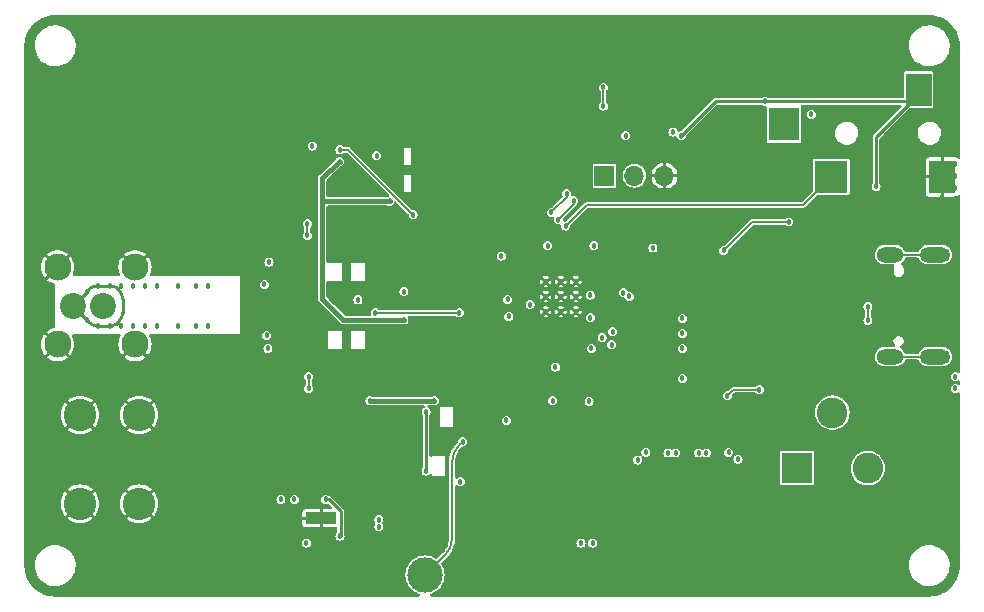
<source format=gbl>
G04 #@! TF.GenerationSoftware,KiCad,Pcbnew,7.0.6-7.0.6~ubuntu20.04.1*
G04 #@! TF.CreationDate,2024-05-17T12:06:41-07:00*
G04 #@! TF.ProjectId,harp_lick_detector_capactive,68617270-5f6c-4696-936b-5f6465746563,rev?*
G04 #@! TF.SameCoordinates,PX640a5a0PY7088980*
G04 #@! TF.FileFunction,Copper,L4,Bot*
G04 #@! TF.FilePolarity,Positive*
%FSLAX46Y46*%
G04 Gerber Fmt 4.6, Leading zero omitted, Abs format (unit mm)*
G04 Created by KiCad (PCBNEW 7.0.6-7.0.6~ubuntu20.04.1) date 2024-05-17 12:06:41*
%MOMM*%
%LPD*%
G01*
G04 APERTURE LIST*
G04 #@! TA.AperFunction,ComponentPad*
%ADD10R,2.600000X2.600000*%
G04 #@! TD*
G04 #@! TA.AperFunction,ComponentPad*
%ADD11C,2.600000*%
G04 #@! TD*
G04 #@! TA.AperFunction,ComponentPad*
%ADD12C,2.200000*%
G04 #@! TD*
G04 #@! TA.AperFunction,ComponentPad*
%ADD13C,2.300000*%
G04 #@! TD*
G04 #@! TA.AperFunction,ComponentPad*
%ADD14C,0.600000*%
G04 #@! TD*
G04 #@! TA.AperFunction,SMDPad,CuDef*
%ADD15R,2.650000X1.000000*%
G04 #@! TD*
G04 #@! TA.AperFunction,ComponentPad*
%ADD16C,0.457200*%
G04 #@! TD*
G04 #@! TA.AperFunction,ComponentPad*
%ADD17O,2.300000X1.300000*%
G04 #@! TD*
G04 #@! TA.AperFunction,ComponentPad*
%ADD18O,2.600000X1.300000*%
G04 #@! TD*
G04 #@! TA.AperFunction,ComponentPad*
%ADD19C,2.750000*%
G04 #@! TD*
G04 #@! TA.AperFunction,ComponentPad*
%ADD20R,1.700000X1.700000*%
G04 #@! TD*
G04 #@! TA.AperFunction,ComponentPad*
%ADD21O,1.700000X1.700000*%
G04 #@! TD*
G04 #@! TA.AperFunction,ComponentPad*
%ADD22C,3.000000*%
G04 #@! TD*
G04 #@! TA.AperFunction,SMDPad,CuDef*
%ADD23R,2.200000X2.800000*%
G04 #@! TD*
G04 #@! TA.AperFunction,SMDPad,CuDef*
%ADD24R,2.800000X2.800000*%
G04 #@! TD*
G04 #@! TA.AperFunction,SMDPad,CuDef*
%ADD25R,2.600000X2.800000*%
G04 #@! TD*
G04 #@! TA.AperFunction,ViaPad*
%ADD26C,0.457200*%
G04 #@! TD*
G04 #@! TA.AperFunction,Conductor*
%ADD27C,0.152400*%
G04 #@! TD*
G04 #@! TA.AperFunction,Conductor*
%ADD28C,0.400000*%
G04 #@! TD*
G04 #@! TA.AperFunction,Conductor*
%ADD29C,0.250000*%
G04 #@! TD*
G04 #@! TA.AperFunction,Conductor*
%ADD30C,0.200000*%
G04 #@! TD*
G04 #@! TA.AperFunction,Conductor*
%ADD31C,0.254000*%
G04 #@! TD*
G04 APERTURE END LIST*
D10*
G04 #@! TO.P,J6,1*
G04 #@! TO.N,+12V*
X65800000Y11250000D03*
D11*
G04 #@! TO.P,J6,2*
G04 #@! TO.N,GND2*
X71800000Y11250000D03*
G04 #@! TO.P,J6,3*
G04 #@! TO.N,unconnected-(J6-Pad3)*
X68800000Y15950000D03*
G04 #@! TD*
D12*
G04 #@! TO.P,J3,1,In*
G04 #@! TO.N,/Lick Detection Analog Front End/triax_core*
X7000000Y25000000D03*
G04 #@! TO.P,J3,2,Guard*
G04 #@! TO.N,/Lick Detection Analog Front End/triax_inner_shield*
X4460000Y25000000D03*
D13*
G04 #@! TO.P,J3,3,Shield*
G04 #@! TO.N,GND*
X3190000Y21723400D03*
X9743200Y21723400D03*
X3190000Y28276600D03*
X9743200Y28276600D03*
G04 #@! TD*
D14*
G04 #@! TO.P,U11,13,PAD*
G04 #@! TO.N,GND*
X26500000Y7000000D03*
X25500000Y7000000D03*
D15*
X25500000Y7000000D03*
D14*
X24500000Y7000000D03*
G04 #@! TD*
D16*
G04 #@! TO.P,U4,57,GND*
G04 #@! TO.N,GND*
X47075000Y27037500D03*
X45800000Y27037500D03*
X44525000Y27037500D03*
X47075000Y25762500D03*
X45800000Y25762500D03*
X44525000Y25762500D03*
X47075000Y24487500D03*
X45800000Y24487500D03*
X44525000Y24487500D03*
G04 #@! TD*
D17*
G04 #@! TO.P,J5,S1,SHIELD*
G04 #@! TO.N,GND1*
X73675000Y20680000D03*
D18*
X77500000Y20680000D03*
D17*
X73675000Y29320000D03*
D18*
X77500000Y29320000D03*
G04 #@! TD*
D19*
G04 #@! TO.P,H1,1,1*
G04 #@! TO.N,GND*
X10100000Y15750000D03*
X5100000Y15750000D03*
X10100000Y8250000D03*
X5100000Y8250000D03*
G04 #@! TD*
D20*
G04 #@! TO.P,J2,1,Pin_1*
G04 #@! TO.N,/Harp Core RP2040 + Isolated USB/UART0_TXD*
X49500000Y36000000D03*
D21*
G04 #@! TO.P,J2,2,Pin_2*
G04 #@! TO.N,/Harp Core RP2040 + Isolated USB/UART0_RXD*
X52040000Y36000000D03*
G04 #@! TO.P,J2,3,Pin_3*
G04 #@! TO.N,GND*
X54580000Y36000000D03*
G04 #@! TD*
D22*
G04 #@! TO.P,TP1,1,1*
G04 #@! TO.N,Net-(R43-Pad2)*
X34300000Y2200000D03*
G04 #@! TD*
D23*
G04 #@! TO.P,J4,R*
G04 #@! TO.N,+3.3V*
X76100000Y43300000D03*
G04 #@! TO.P,J4,S*
G04 #@! TO.N,GND*
X78100000Y35900000D03*
D24*
G04 #@! TO.P,J4,T*
G04 #@! TO.N,/Harp Core RP2040 + Isolated USB/HARP_CLK_SYNC*
X68700000Y35900000D03*
D25*
G04 #@! TO.P,J4,TN*
G04 #@! TO.N,N/C*
X64700000Y40350000D03*
G04 #@! TD*
D26*
G04 #@! TO.N,GND*
X59100000Y17400000D03*
X52000000Y49200000D03*
X800000Y34000000D03*
X33800000Y8400000D03*
X38000000Y49200000D03*
X62000000Y49200000D03*
X32000000Y800000D03*
X52000000Y800000D03*
X79200000Y42000000D03*
X28300000Y36700000D03*
X27650000Y18200000D03*
X22400000Y31900000D03*
X56000000Y49200000D03*
X74619498Y44000000D03*
X800000Y44000000D03*
X6000000Y800000D03*
X55000000Y49200000D03*
X41000000Y49200000D03*
X71000000Y49200000D03*
X800000Y40000000D03*
X800000Y33000000D03*
X54700000Y45200000D03*
X10000000Y800000D03*
X32000000Y30600000D03*
X29000000Y49200000D03*
X800000Y27000000D03*
X73000000Y800000D03*
X13000000Y800000D03*
X19600000Y27400000D03*
X23000000Y49200000D03*
X36000000Y49200000D03*
X43270866Y38500000D03*
X25255500Y8600000D03*
X800000Y30000000D03*
X800000Y7000000D03*
X800000Y8000000D03*
X800000Y16000000D03*
X45100000Y14950000D03*
X17000000Y49200000D03*
X66000000Y800000D03*
X62900000Y38400000D03*
X46000000Y800000D03*
X800000Y14000000D03*
X24000000Y49200000D03*
X800000Y13000000D03*
X75000000Y49200000D03*
X75000000Y800000D03*
X43000000Y49200000D03*
X11000000Y800000D03*
X30000000Y49200000D03*
X49400000Y21400000D03*
X8000000Y49200000D03*
X33500000Y33900000D03*
X800000Y29000000D03*
X79200000Y35000000D03*
X800000Y10000000D03*
X73000000Y49200000D03*
X78000000Y16900000D03*
X49000000Y800000D03*
X800000Y6000000D03*
X79200000Y5000000D03*
X48000000Y800000D03*
X35270866Y38500000D03*
X58000000Y800000D03*
X27650000Y31950000D03*
X79200000Y37000000D03*
X40450000Y14700000D03*
X79200000Y38000000D03*
X15000000Y800000D03*
X25000000Y800000D03*
X800000Y41000000D03*
X18900000Y22500000D03*
X56100000Y20425000D03*
X20000000Y800000D03*
X47000000Y800000D03*
X20000000Y49200000D03*
X54000000Y49200000D03*
X37200000Y8920000D03*
X45200000Y8400000D03*
X37200000Y18900000D03*
X32000000Y49200000D03*
X77900000Y31100000D03*
X13000000Y49200000D03*
X69000000Y800000D03*
X78100000Y34200000D03*
X34400000Y22800000D03*
X53900000Y28100000D03*
X26630366Y35988768D03*
X53900000Y26100000D03*
X63000000Y800000D03*
X65100000Y31300000D03*
X22000000Y49200000D03*
X40000000Y800000D03*
X79200000Y32000000D03*
X29000000Y800000D03*
X48000000Y49200000D03*
X800000Y19000000D03*
X37270866Y38500000D03*
X24500000Y26700000D03*
X44000000Y49200000D03*
X800000Y23000000D03*
X45000000Y800000D03*
X44000000Y800000D03*
X49000000Y49200000D03*
X57000000Y800000D03*
X800000Y21000000D03*
X79200000Y17000000D03*
X43000000Y800000D03*
X50900000Y32600000D03*
X42000000Y49200000D03*
X56175000Y6675000D03*
X52300000Y7737500D03*
X54000000Y800000D03*
X24000000Y800000D03*
X39070866Y38500000D03*
X79200000Y40000000D03*
X18000000Y800000D03*
X800000Y15000000D03*
X66000000Y49200000D03*
X70000000Y49200000D03*
X79200000Y36000000D03*
X21000000Y800000D03*
X63700000Y43000000D03*
X79200000Y15000000D03*
X62100000Y30000000D03*
X48200000Y15000000D03*
X79200000Y9000000D03*
X38900000Y24500000D03*
X41270866Y38500000D03*
X79200000Y41000000D03*
X35100000Y19400000D03*
X29650000Y9800000D03*
X56100000Y27900000D03*
X31000000Y49200000D03*
X27100000Y39000000D03*
X57000000Y49200000D03*
X39000000Y49200000D03*
X79200000Y6000000D03*
X25000000Y49200000D03*
X46000000Y49200000D03*
X64000000Y49200000D03*
X800000Y5000000D03*
X27000000Y49200000D03*
X37200000Y8200000D03*
X68000000Y800000D03*
X45000000Y49200000D03*
X5000000Y49200000D03*
X37000000Y800000D03*
X22200000Y19100000D03*
X800000Y24000000D03*
X53000000Y49200000D03*
X30900000Y23100000D03*
X61800000Y12600000D03*
X79200000Y39000000D03*
X36000000Y800000D03*
X79200000Y14000000D03*
X9000000Y49200000D03*
X59100000Y16400000D03*
X800000Y35000000D03*
X79200000Y31000000D03*
X56825000Y6675000D03*
X22000000Y800000D03*
X48200000Y34000000D03*
X11000000Y49200000D03*
X66380502Y40400000D03*
X14000000Y49200000D03*
X5000000Y800000D03*
X38800000Y26900000D03*
X32000000Y19450000D03*
X800000Y28000000D03*
X7000000Y49200000D03*
X800000Y42000000D03*
X26000000Y49200000D03*
X24770866Y37400000D03*
X56100000Y19700000D03*
X79200000Y44000000D03*
X75000000Y35200000D03*
X800000Y17000000D03*
X54700000Y42600000D03*
X7000000Y800000D03*
X38900000Y25500000D03*
X41000000Y800000D03*
X50800000Y17400000D03*
X19000000Y49200000D03*
X800000Y31000000D03*
X800000Y36000000D03*
X52900000Y23100000D03*
X79200000Y43000000D03*
X800000Y39000000D03*
X45200000Y6500000D03*
X61300000Y3350000D03*
X30200000Y36820000D03*
X800000Y43000000D03*
X9000000Y800000D03*
X800000Y20000000D03*
X6000000Y49200000D03*
X56000000Y800000D03*
X67000000Y49200000D03*
X59000000Y49200000D03*
X800000Y18000000D03*
X30900000Y26800000D03*
X61000000Y800000D03*
X61000000Y49200000D03*
X17200000Y20500000D03*
X12000000Y49200000D03*
X79200000Y34000000D03*
X71000000Y800000D03*
X39000000Y800000D03*
X47500000Y7300000D03*
X37000000Y49200000D03*
X23000000Y800000D03*
X59000000Y800000D03*
X800000Y9000000D03*
X74000000Y800000D03*
X53000000Y800000D03*
X39800000Y29200000D03*
X800000Y25000000D03*
X79200000Y33000000D03*
X10000000Y49200000D03*
X60800000Y7700000D03*
X64000000Y800000D03*
X35000000Y49200000D03*
X34000000Y49200000D03*
X41900000Y15850000D03*
X79200000Y7000000D03*
X28000000Y49200000D03*
X19000000Y800000D03*
X16000000Y800000D03*
X15000000Y49200000D03*
X73500000Y35100000D03*
X33600000Y23600000D03*
X79200000Y16000000D03*
X65000000Y49200000D03*
X79200000Y45000000D03*
X52300000Y21100000D03*
X31000000Y800000D03*
X51000000Y800000D03*
X60000000Y49200000D03*
X55000000Y800000D03*
X63000000Y49200000D03*
X45300000Y3300000D03*
X14000000Y800000D03*
X32500000Y25056700D03*
X60000000Y800000D03*
X42000000Y800000D03*
X60200000Y29000000D03*
X52900000Y22100000D03*
X800000Y11000000D03*
X62100000Y38400000D03*
X18800000Y21400000D03*
X27000000Y800000D03*
X72000000Y49200000D03*
X79200000Y11000000D03*
X8000000Y800000D03*
X23550000Y5900000D03*
X30000000Y800000D03*
X24200000Y23350000D03*
X48600000Y32400000D03*
X40000000Y49200000D03*
X16000000Y49200000D03*
X800000Y32000000D03*
X800000Y26000000D03*
X29070866Y36000000D03*
X56825000Y10125000D03*
X21000000Y49200000D03*
X44700000Y13200000D03*
X51000000Y49200000D03*
X33800000Y18600000D03*
X56175000Y10125000D03*
X79200000Y8000000D03*
X50800000Y16400000D03*
X60200000Y23300000D03*
X41200000Y21600000D03*
X28775000Y11025000D03*
X79200000Y13000000D03*
X18000000Y49200000D03*
X62000000Y800000D03*
X800000Y12000000D03*
X33000000Y49200000D03*
X48500000Y7300000D03*
X26000000Y800000D03*
X34400000Y27200000D03*
X46800000Y18200000D03*
X55900000Y29900000D03*
X12000000Y800000D03*
X64250000Y38300000D03*
X65000000Y800000D03*
X68000000Y49200000D03*
X50000000Y800000D03*
X74000000Y49200000D03*
X50000000Y49200000D03*
X79200000Y10000000D03*
X19100000Y28700000D03*
X69000000Y49200000D03*
X51200000Y12600000D03*
X47000000Y49200000D03*
X72000000Y800000D03*
X58000000Y49200000D03*
X800000Y38000000D03*
X800000Y45000000D03*
X800000Y22000000D03*
X40000000Y15300000D03*
X27307443Y8200000D03*
X53900000Y27100000D03*
X41200000Y22600000D03*
X800000Y37000000D03*
X70000000Y800000D03*
X28000000Y800000D03*
X17000000Y800000D03*
X79200000Y12000000D03*
X38000000Y800000D03*
X67000000Y800000D03*
X43500000Y30100000D03*
G04 #@! TO.N,GND1*
X79200000Y19000000D03*
X71800000Y24921900D03*
X71800000Y23769500D03*
X79200000Y18000000D03*
G04 #@! TO.N,+1V1*
X48300000Y24000000D03*
X43200000Y25100000D03*
X48300000Y25900000D03*
G04 #@! TO.N,+2V5*
X30400000Y6300000D03*
X37300000Y10100000D03*
X28619500Y25500000D03*
X24770866Y38525000D03*
X32520000Y26200000D03*
X21100000Y28700000D03*
X30200000Y37700000D03*
X30400000Y6900000D03*
X20700000Y26800000D03*
G04 #@! TO.N,-2V5*
X35100000Y16950000D03*
X23250000Y8600000D03*
X21000000Y21400000D03*
X32520000Y23800000D03*
X22100000Y8600000D03*
X29650000Y16950000D03*
X20900000Y22500000D03*
X27070866Y37200000D03*
X31300000Y33850354D03*
X26700000Y24500000D03*
G04 #@! TO.N,+5V*
X60800000Y12000000D03*
X24250000Y4900000D03*
X67000000Y41200000D03*
X25897936Y8596564D03*
X57475000Y12537500D03*
X58125000Y12537500D03*
X48500000Y4900000D03*
X27107443Y5492412D03*
X47500000Y4900000D03*
X60000000Y12600000D03*
G04 #@! TO.N,Net-(C30-Pad2)*
X24350000Y31956700D03*
X24350000Y30950000D03*
G04 #@! TO.N,VREF_1V25*
X34400000Y11000000D03*
X34400000Y16020000D03*
G04 #@! TO.N,/Lick Detection Analog Front End/triax_inner_shield*
X15900000Y26700000D03*
X7600000Y23300000D03*
X13400000Y26700000D03*
X9600000Y26700000D03*
X8600000Y26700000D03*
X10600000Y23300000D03*
X14900000Y26700000D03*
X11600000Y23300000D03*
X11600000Y26700000D03*
X7600000Y26700000D03*
X9600000Y23300000D03*
X6600000Y26700000D03*
X15900000Y23300000D03*
X8600000Y23300000D03*
X5700000Y26200000D03*
X10600000Y26700000D03*
X5700000Y23800000D03*
X13400000Y23300000D03*
X6600000Y23300000D03*
X14900000Y23300000D03*
G04 #@! TO.N,/Harp Core RP2040 + Isolated USB/HARP_CLK_SYNC*
X46200000Y31750000D03*
G04 #@! TO.N,Net-(U4-GPIO24)*
X62600000Y17900000D03*
X59900000Y17400000D03*
G04 #@! TO.N,Net-(U4-GPIO25)*
X59600000Y29700000D03*
X65100000Y32100000D03*
G04 #@! TO.N,/Harp Core RP2040 + Isolated USB/FREQ_SEL_DIP*
X49400000Y43500000D03*
X46900000Y33900000D03*
X45600000Y32300000D03*
X49400000Y41900000D03*
G04 #@! TO.N,/Harp Core RP2040 + Isolated USB/GAIN_SEL_DIP*
X46300000Y34500000D03*
X45000000Y32900000D03*
G04 #@! TO.N,Net-(C33-Pad2)*
X24450000Y18999500D03*
X24450000Y18000000D03*
G04 #@! TO.N,+3.3V*
X48600000Y30100000D03*
X56100000Y23935000D03*
X63100000Y42300000D03*
X51100000Y26100000D03*
X41200000Y15300000D03*
X48400000Y21400000D03*
X40780000Y29200000D03*
X45100000Y16950000D03*
X41400000Y24100000D03*
X49300000Y22300000D03*
X44700000Y30100000D03*
X50200000Y22800000D03*
X56100000Y21400000D03*
X51600000Y25800000D03*
X56100000Y22665000D03*
X56000000Y39400000D03*
X50100000Y21700000D03*
X56100000Y18855000D03*
X51300000Y39400000D03*
X48200000Y16900000D03*
X55300000Y39700000D03*
X54875000Y12537500D03*
X52300000Y11937500D03*
X53600000Y29900000D03*
X53000000Y12600000D03*
X41300000Y25550000D03*
X55525000Y12537500D03*
X72500000Y35100000D03*
X45340397Y19800000D03*
G04 #@! TO.N,Net-(R43-Pad2)*
X37500000Y13500000D03*
G04 #@! TO.N,FREQ_SEL_2V5*
X37200000Y24400000D03*
X30100000Y24400000D03*
G04 #@! TO.N,GAIN_SEL_2V5*
X27100000Y38200000D03*
X33300000Y32700000D03*
G04 #@! TD*
D27*
G04 #@! TO.N,GND*
X78100000Y35900000D02*
X78100000Y34200000D01*
G04 #@! TO.N,GND1*
X77500000Y20680000D02*
X73675000Y20680000D01*
X71800000Y24921900D02*
X71800000Y23769500D01*
X77500000Y29320000D02*
X73675000Y29320000D01*
D28*
G04 #@! TO.N,-2V5*
X29650000Y16950000D02*
X35100000Y16950000D01*
X25600000Y25600000D02*
X25600000Y33850354D01*
X25600000Y33850354D02*
X26700000Y33850354D01*
X27070866Y37200000D02*
X27019939Y37200000D01*
X27019939Y37200000D02*
X25600000Y35780061D01*
X31300000Y33850354D02*
X26700000Y33850354D01*
X27400000Y23800000D02*
X26700000Y24500000D01*
X26700000Y24500000D02*
X25600000Y25600000D01*
X25600000Y35780061D02*
X25600000Y33850354D01*
X32520000Y23800000D02*
X27400000Y23800000D01*
D29*
G04 #@! TO.N,+5V*
X27150000Y5534969D02*
X27150000Y7600000D01*
X26153436Y8596564D02*
X25897936Y8596564D01*
X27107443Y5492412D02*
X27150000Y5534969D01*
X27150000Y7600000D02*
X26153436Y8596564D01*
D30*
G04 #@! TO.N,Net-(C30-Pad2)*
X24350000Y31956700D02*
X24350000Y30950000D01*
D29*
G04 #@! TO.N,VREF_1V25*
X34400000Y16020000D02*
X34400000Y11000000D01*
D31*
G04 #@! TO.N,/Lick Detection Analog Front End/triax_inner_shield*
X8407107Y23707107D02*
X8146446Y23446446D01*
X8146447Y26553553D02*
X8407107Y26292893D01*
X5660000Y26200000D02*
X5700000Y26200000D01*
X4460000Y25000000D02*
X5660000Y26200000D01*
X4460000Y25000000D02*
X5660000Y23800000D01*
X8700000Y25585786D02*
X8700000Y24414214D01*
X6600000Y26700000D02*
X7600000Y26700000D01*
X5660000Y23800000D02*
X5700000Y23800000D01*
X6574214Y23300000D02*
X6600000Y23300000D01*
X7600000Y26700000D02*
X7792893Y26700000D01*
X5700000Y26240000D02*
X5867107Y26407107D01*
X5700000Y23760000D02*
X5867107Y23592893D01*
X6600000Y23300000D02*
X7600000Y23300000D01*
X5700000Y26200000D02*
X5700000Y26240000D01*
X6574214Y26700000D02*
X6600000Y26700000D01*
X7792893Y23300000D02*
X7600000Y23300000D01*
X5700000Y23800000D02*
X5700000Y23760000D01*
X5867100Y23592886D02*
G75*
G03*
X6574214Y23300000I707100J707114D01*
G01*
X8407114Y23707100D02*
G75*
G03*
X8700000Y24414214I-707114J707100D01*
G01*
X6574214Y26699990D02*
G75*
G03*
X5867107Y26407107I-14J-999990D01*
G01*
X8146450Y26553556D02*
G75*
G03*
X7792893Y26700000I-353550J-353556D01*
G01*
X7792893Y23300005D02*
G75*
G03*
X8146446Y23446446I7J499995D01*
G01*
X8699990Y25585786D02*
G75*
G03*
X8407107Y26292893I-999990J14D01*
G01*
D27*
G04 #@! TO.N,/Harp Core RP2040 + Isolated USB/HARP_CLK_SYNC*
X47992800Y33542800D02*
X66342800Y33542800D01*
X46200000Y31750000D02*
X47992800Y33542800D01*
X66342800Y33542800D02*
X68700000Y35900000D01*
G04 #@! TO.N,Net-(U4-GPIO24)*
X60400000Y17900000D02*
X62600000Y17900000D01*
X59900000Y17400000D02*
X60400000Y17900000D01*
G04 #@! TO.N,Net-(U4-GPIO25)*
X62000000Y32100000D02*
X59600000Y29700000D01*
X65100000Y32100000D02*
X62000000Y32100000D01*
G04 #@! TO.N,/Harp Core RP2040 + Isolated USB/FREQ_SEL_DIP*
X46900000Y33600000D02*
X45600000Y32300000D01*
X46900000Y33900000D02*
X46900000Y33600000D01*
X49400000Y43500000D02*
X49400000Y41900000D01*
G04 #@! TO.N,/Harp Core RP2040 + Isolated USB/GAIN_SEL_DIP*
X46300000Y34500000D02*
X46300000Y34200000D01*
X46300000Y34200000D02*
X45000000Y32900000D01*
D30*
G04 #@! TO.N,Net-(C33-Pad2)*
X24450000Y18000000D02*
X24450000Y18999500D01*
D31*
G04 #@! TO.N,+3.3V*
X76000000Y42800000D02*
X72500000Y39300000D01*
X72500000Y39300000D02*
X72500000Y35100000D01*
X58900000Y42300000D02*
X75100000Y42300000D01*
X76000000Y43200000D02*
X76000000Y42800000D01*
X75100000Y42300000D02*
X76000000Y43200000D01*
X56000000Y39400000D02*
X58900000Y42300000D01*
X76000000Y43200000D02*
X76100000Y43300000D01*
D30*
G04 #@! TO.N,Net-(R43-Pad2)*
X36600000Y11771573D02*
X36600000Y5328427D01*
X37500000Y13500000D02*
X37185786Y13185786D01*
X36014213Y3914213D02*
X34300000Y2200000D01*
X36014227Y3914199D02*
G75*
G03*
X36600000Y5328427I-1414227J1414201D01*
G01*
X37185772Y13185800D02*
G75*
G03*
X36600000Y11771573I1414228J-1414200D01*
G01*
D27*
G04 #@! TO.N,FREQ_SEL_2V5*
X37200000Y24400000D02*
X30100000Y24400000D01*
G04 #@! TO.N,GAIN_SEL_2V5*
X33300000Y32700000D02*
X27800000Y38200000D01*
X27800000Y38200000D02*
X27100000Y38200000D01*
G04 #@! TD*
G04 #@! TA.AperFunction,Conductor*
G04 #@! TO.N,GND*
G36*
X77001735Y49618402D02*
G01*
X77132594Y49611054D01*
X77289712Y49602230D01*
X77296599Y49601454D01*
X77579234Y49553433D01*
X77586017Y49551885D01*
X77861495Y49472522D01*
X77868055Y49470225D01*
X77984861Y49421843D01*
X78132916Y49360517D01*
X78139173Y49357502D01*
X78390075Y49218833D01*
X78395967Y49215131D01*
X78629764Y49049243D01*
X78635205Y49044905D01*
X78848960Y48853881D01*
X78853880Y48848961D01*
X79044904Y48635206D01*
X79049242Y48629765D01*
X79215130Y48395968D01*
X79218832Y48390076D01*
X79357501Y48139174D01*
X79360521Y48132905D01*
X79470224Y47868056D01*
X79472523Y47861489D01*
X79551884Y47586018D01*
X79553432Y47579235D01*
X79601451Y47296617D01*
X79602230Y47289703D01*
X79618402Y47001737D01*
X79618500Y46998259D01*
X79618500Y37539632D01*
X79598815Y37472593D01*
X79546011Y37426838D01*
X79476853Y37416894D01*
X79413297Y37445919D01*
X79391398Y37470740D01*
X79383122Y37483125D01*
X79299104Y37539264D01*
X79299103Y37539265D01*
X79225021Y37554000D01*
X78227000Y37554000D01*
X78227000Y34246001D01*
X79225015Y34246001D01*
X79299106Y34260738D01*
X79299109Y34260739D01*
X79383123Y34316877D01*
X79391397Y34329258D01*
X79445009Y34374064D01*
X79514333Y34382773D01*
X79577361Y34352619D01*
X79614081Y34293176D01*
X79618500Y34260369D01*
X79618500Y19416744D01*
X79598815Y19349705D01*
X79546011Y19303950D01*
X79476853Y19294006D01*
X79436844Y19310244D01*
X79435731Y19308057D01*
X79319356Y19367352D01*
X79200002Y19386255D01*
X79199998Y19386255D01*
X79080643Y19367352D01*
X78972966Y19312489D01*
X78887511Y19227034D01*
X78832648Y19119357D01*
X78813745Y19000003D01*
X78813745Y18999998D01*
X78832648Y18880644D01*
X78887511Y18772967D01*
X78972966Y18687512D01*
X79080643Y18632649D01*
X79144891Y18622473D01*
X79198971Y18596837D01*
X79255108Y18622473D01*
X79319356Y18632649D01*
X79319357Y18632650D01*
X79319359Y18632650D01*
X79366369Y18656603D01*
X79435731Y18691943D01*
X79437168Y18689121D01*
X79487395Y18707053D01*
X79555452Y18691243D01*
X79604157Y18641147D01*
X79618500Y18583257D01*
X79618500Y18416744D01*
X79598815Y18349705D01*
X79546011Y18303950D01*
X79476853Y18294006D01*
X79436844Y18310244D01*
X79435731Y18308057D01*
X79319356Y18367352D01*
X79255108Y18377527D01*
X79201027Y18403164D01*
X79144891Y18377527D01*
X79080643Y18367352D01*
X78972966Y18312489D01*
X78887511Y18227034D01*
X78832648Y18119357D01*
X78813745Y18000003D01*
X78813745Y17999998D01*
X78832648Y17880644D01*
X78887511Y17772967D01*
X78972966Y17687512D01*
X79080643Y17632649D01*
X79199998Y17613745D01*
X79200000Y17613745D01*
X79200002Y17613745D01*
X79319356Y17632649D01*
X79319357Y17632650D01*
X79319359Y17632650D01*
X79398487Y17672967D01*
X79435731Y17691943D01*
X79437168Y17689121D01*
X79487395Y17707053D01*
X79555452Y17691243D01*
X79604157Y17641147D01*
X79618500Y17583257D01*
X79618500Y3001742D01*
X79618402Y2998264D01*
X79602230Y2710298D01*
X79601451Y2703384D01*
X79553432Y2420766D01*
X79551884Y2413983D01*
X79472523Y2138512D01*
X79470224Y2131945D01*
X79360521Y1867096D01*
X79357501Y1860827D01*
X79218832Y1609925D01*
X79215130Y1604033D01*
X79049242Y1370236D01*
X79044904Y1364795D01*
X78853880Y1151040D01*
X78848960Y1146120D01*
X78635205Y955096D01*
X78629764Y950758D01*
X78395967Y784870D01*
X78390075Y781168D01*
X78139173Y642499D01*
X78132904Y639479D01*
X77868055Y529776D01*
X77861488Y527477D01*
X77586017Y448116D01*
X77579234Y446568D01*
X77296616Y398549D01*
X77289702Y397770D01*
X77001736Y381598D01*
X76998258Y381500D01*
X34851576Y381500D01*
X34784537Y401185D01*
X34738782Y453989D01*
X34728838Y523147D01*
X34757863Y586703D01*
X34808315Y620156D01*
X34807853Y621273D01*
X35052721Y722701D01*
X35274551Y858639D01*
X35274551Y858640D01*
X35274554Y858641D01*
X35472391Y1027609D01*
X35641359Y1225446D01*
X35670195Y1272501D01*
X35777299Y1447279D01*
X35876862Y1687646D01*
X35892225Y1751636D01*
X35937598Y1940630D01*
X35958011Y2200000D01*
X35937598Y2459370D01*
X35918025Y2540897D01*
X35876862Y2712355D01*
X35777299Y2952722D01*
X35707659Y3066363D01*
X75268687Y3066363D01*
X75278846Y2801301D01*
X75329350Y2540894D01*
X75419009Y2291257D01*
X75419012Y2291250D01*
X75545726Y2058228D01*
X75545729Y2058223D01*
X75706530Y1847272D01*
X75706534Y1847267D01*
X75897657Y1663330D01*
X76114617Y1510723D01*
X76352331Y1393024D01*
X76605225Y1312991D01*
X76867372Y1272500D01*
X76867376Y1272500D01*
X77066219Y1272500D01*
X77066220Y1272500D01*
X77264478Y1287721D01*
X77522756Y1348161D01*
X77577528Y1370236D01*
X77768774Y1447314D01*
X77768779Y1447317D01*
X77768782Y1447318D01*
X77996788Y1582869D01*
X78201430Y1751636D01*
X78377912Y1949664D01*
X78448215Y2058224D01*
X78522094Y2172306D01*
X78522094Y2172308D01*
X78522096Y2172310D01*
X78630604Y2414357D01*
X78700892Y2670131D01*
X78731313Y2933637D01*
X78721153Y3198699D01*
X78714902Y3230928D01*
X78670649Y3459107D01*
X78580990Y3708744D01*
X78580987Y3708751D01*
X78454273Y3941773D01*
X78454270Y3941778D01*
X78293469Y4152729D01*
X78293466Y4152733D01*
X78102343Y4336670D01*
X78102339Y4336673D01*
X77885382Y4489278D01*
X77647670Y4606976D01*
X77647667Y4606977D01*
X77394777Y4687009D01*
X77286261Y4703770D01*
X77132628Y4727500D01*
X76933780Y4727500D01*
X76735522Y4712279D01*
X76735518Y4712279D01*
X76477246Y4651840D01*
X76477236Y4651837D01*
X76231225Y4552687D01*
X76231216Y4552682D01*
X76003213Y4417132D01*
X75798571Y4248365D01*
X75622088Y4050337D01*
X75622081Y4050328D01*
X75477905Y3827695D01*
X75477904Y3827691D01*
X75369395Y3585643D01*
X75299108Y3329872D01*
X75268687Y3066363D01*
X35707659Y3066363D01*
X35688958Y3096880D01*
X35670713Y3164325D01*
X35691829Y3230928D01*
X35706998Y3249345D01*
X36157658Y3700004D01*
X36157717Y3700036D01*
X36193055Y3735375D01*
X36193056Y3735374D01*
X36282519Y3824838D01*
X36440286Y4022676D01*
X36574910Y4236934D01*
X36684698Y4464918D01*
X36768269Y4703760D01*
X36785816Y4780644D01*
X36813057Y4899998D01*
X47113745Y4899998D01*
X47132648Y4780644D01*
X47187511Y4672967D01*
X47272966Y4587512D01*
X47380643Y4532649D01*
X47499998Y4513745D01*
X47500000Y4513745D01*
X47500002Y4513745D01*
X47619356Y4532649D01*
X47619357Y4532650D01*
X47619359Y4532650D01*
X47727035Y4587513D01*
X47812487Y4672965D01*
X47867350Y4780641D01*
X47867350Y4780643D01*
X47867351Y4780644D01*
X47877527Y4844892D01*
X47903163Y4898973D01*
X47902224Y4901029D01*
X48096836Y4901029D01*
X48122473Y4844892D01*
X48132648Y4780644D01*
X48187511Y4672967D01*
X48272966Y4587512D01*
X48380643Y4532649D01*
X48499998Y4513745D01*
X48500000Y4513745D01*
X48500002Y4513745D01*
X48619356Y4532649D01*
X48619357Y4532650D01*
X48619359Y4532650D01*
X48727035Y4587513D01*
X48812487Y4672965D01*
X48867350Y4780641D01*
X48867350Y4780643D01*
X48867351Y4780644D01*
X48886255Y4899998D01*
X48886255Y4900003D01*
X48867351Y5019357D01*
X48812488Y5127034D01*
X48727033Y5212489D01*
X48619356Y5267352D01*
X48500002Y5286255D01*
X48499998Y5286255D01*
X48380643Y5267352D01*
X48272966Y5212489D01*
X48187511Y5127034D01*
X48132648Y5019357D01*
X48122473Y4955109D01*
X48096836Y4901029D01*
X47902224Y4901029D01*
X47877527Y4955109D01*
X47867351Y5019357D01*
X47812488Y5127034D01*
X47727033Y5212489D01*
X47619356Y5267352D01*
X47500002Y5286255D01*
X47499998Y5286255D01*
X47380643Y5267352D01*
X47272966Y5212489D01*
X47187511Y5127034D01*
X47132648Y5019357D01*
X47113745Y4900003D01*
X47113745Y4899998D01*
X36813057Y4899998D01*
X36824570Y4950443D01*
X36824571Y4950452D01*
X36824573Y4950459D01*
X36852902Y5201910D01*
X36852900Y5328430D01*
X36852900Y5344506D01*
X36852900Y9708218D01*
X36872585Y9775256D01*
X36925389Y9821011D01*
X36994547Y9830955D01*
X37058103Y9801930D01*
X37064569Y9795909D01*
X37072965Y9787513D01*
X37072967Y9787512D01*
X37180643Y9732649D01*
X37299998Y9713745D01*
X37300000Y9713745D01*
X37300002Y9713745D01*
X37419356Y9732649D01*
X37419357Y9732650D01*
X37419359Y9732650D01*
X37527035Y9787513D01*
X37612487Y9872965D01*
X37644068Y9934946D01*
X64347100Y9934946D01*
X64355972Y9890342D01*
X64355973Y9890339D01*
X64373627Y9863919D01*
X64389766Y9839766D01*
X64440342Y9805972D01*
X64440343Y9805972D01*
X64440345Y9805971D01*
X64460662Y9801930D01*
X64484943Y9797100D01*
X67115056Y9797101D01*
X67159658Y9805972D01*
X67210234Y9839766D01*
X67244028Y9890342D01*
X67252900Y9934943D01*
X67252900Y11249995D01*
X70342121Y11249995D01*
X70362004Y11010045D01*
X70421113Y10776627D01*
X70460202Y10687512D01*
X70517834Y10556126D01*
X70649529Y10354552D01*
X70812605Y10177404D01*
X70812608Y10177402D01*
X70812611Y10177399D01*
X71002607Y10029519D01*
X71002613Y10029515D01*
X71002616Y10029513D01*
X71214377Y9914913D01*
X71442112Y9836732D01*
X71679609Y9797100D01*
X71679610Y9797100D01*
X71920390Y9797100D01*
X71920391Y9797100D01*
X72157888Y9836732D01*
X72385623Y9914913D01*
X72597384Y10029513D01*
X72787395Y10177404D01*
X72950471Y10354552D01*
X73082166Y10556126D01*
X73178887Y10776627D01*
X73237995Y11010041D01*
X73257879Y11250000D01*
X73237995Y11489959D01*
X73178887Y11723373D01*
X73082166Y11943874D01*
X72950471Y12145448D01*
X72787395Y12322596D01*
X72787390Y12322600D01*
X72787388Y12322602D01*
X72597392Y12470482D01*
X72597386Y12470486D01*
X72385624Y12585087D01*
X72385619Y12585089D01*
X72157890Y12663268D01*
X71973545Y12694030D01*
X71920391Y12702900D01*
X71679609Y12702900D01*
X71626455Y12694030D01*
X71442109Y12663268D01*
X71214380Y12585089D01*
X71214375Y12585087D01*
X71002613Y12470486D01*
X71002607Y12470482D01*
X70812611Y12322602D01*
X70812608Y12322599D01*
X70812605Y12322597D01*
X70812605Y12322596D01*
X70705359Y12206096D01*
X70649529Y12145448D01*
X70517832Y11943871D01*
X70421113Y11723374D01*
X70362004Y11489956D01*
X70342121Y11250006D01*
X70342121Y11249995D01*
X67252900Y11249995D01*
X67252899Y12565056D01*
X67244028Y12609658D01*
X67244026Y12609660D01*
X67244026Y12609662D01*
X67210234Y12660234D01*
X67159659Y12694027D01*
X67159658Y12694028D01*
X67159657Y12694029D01*
X67159656Y12694029D01*
X67159654Y12694030D01*
X67115059Y12702900D01*
X64484945Y12702900D01*
X64440341Y12694028D01*
X64440338Y12694027D01*
X64389766Y12660235D01*
X64355971Y12609657D01*
X64355970Y12609655D01*
X64347100Y12565060D01*
X64347100Y9934946D01*
X37644068Y9934946D01*
X37667350Y9980641D01*
X37667350Y9980643D01*
X37667351Y9980644D01*
X37686255Y10099998D01*
X37686255Y10100003D01*
X37667351Y10219357D01*
X37612488Y10327034D01*
X37527033Y10412489D01*
X37419356Y10467352D01*
X37300002Y10486255D01*
X37299998Y10486255D01*
X37180643Y10467352D01*
X37072966Y10412489D01*
X37064581Y10404103D01*
X37003258Y10370618D01*
X36933566Y10375602D01*
X36877633Y10417474D01*
X36853216Y10482938D01*
X36852900Y10491784D01*
X36852900Y11769541D01*
X36853033Y11773596D01*
X36863773Y11937498D01*
X51913745Y11937498D01*
X51932648Y11818144D01*
X51987511Y11710467D01*
X52072966Y11625012D01*
X52180643Y11570149D01*
X52299998Y11551245D01*
X52300000Y11551245D01*
X52300002Y11551245D01*
X52419356Y11570149D01*
X52419357Y11570150D01*
X52419359Y11570150D01*
X52527035Y11625013D01*
X52612487Y11710465D01*
X52667350Y11818141D01*
X52667350Y11818143D01*
X52667351Y11818144D01*
X52686255Y11937498D01*
X52686255Y11937503D01*
X52676357Y11999998D01*
X60413745Y11999998D01*
X60432648Y11880644D01*
X60487511Y11772967D01*
X60572966Y11687512D01*
X60680643Y11632649D01*
X60799998Y11613745D01*
X60800000Y11613745D01*
X60800002Y11613745D01*
X60919356Y11632649D01*
X60919357Y11632650D01*
X60919359Y11632650D01*
X61027035Y11687513D01*
X61112487Y11772965D01*
X61167350Y11880641D01*
X61167350Y11880643D01*
X61167351Y11880644D01*
X61186255Y11999998D01*
X61186255Y12000003D01*
X61167351Y12119357D01*
X61112488Y12227034D01*
X61027033Y12312489D01*
X60919356Y12367352D01*
X60800002Y12386255D01*
X60799998Y12386255D01*
X60680643Y12367352D01*
X60572966Y12312489D01*
X60532660Y12272183D01*
X60477276Y12241943D01*
X60465505Y12183844D01*
X60432648Y12119357D01*
X60413745Y12000003D01*
X60413745Y11999998D01*
X52676357Y11999998D01*
X52667351Y12056855D01*
X52667350Y12056857D01*
X52667350Y12056859D01*
X52644838Y12101041D01*
X52631943Y12169708D01*
X52658220Y12234448D01*
X52715326Y12274705D01*
X52785132Y12277697D01*
X52811617Y12267819D01*
X52880641Y12232650D01*
X52880642Y12232650D01*
X52880644Y12232649D01*
X52999998Y12213745D01*
X53000000Y12213745D01*
X53000002Y12213745D01*
X53119356Y12232649D01*
X53119357Y12232650D01*
X53119359Y12232650D01*
X53227035Y12287513D01*
X53312487Y12372965D01*
X53367350Y12480641D01*
X53367350Y12480643D01*
X53367351Y12480644D01*
X53376356Y12537498D01*
X54488745Y12537498D01*
X54507648Y12418144D01*
X54562511Y12310467D01*
X54647966Y12225012D01*
X54755643Y12170149D01*
X54874998Y12151245D01*
X54875000Y12151245D01*
X54875002Y12151245D01*
X54994356Y12170149D01*
X54994357Y12170150D01*
X54994359Y12170150D01*
X55102035Y12225013D01*
X55112318Y12235298D01*
X55173642Y12268782D01*
X55243334Y12263798D01*
X55287681Y12235297D01*
X55297966Y12225012D01*
X55405643Y12170149D01*
X55524998Y12151245D01*
X55525000Y12151245D01*
X55525002Y12151245D01*
X55644356Y12170149D01*
X55644357Y12170150D01*
X55644359Y12170150D01*
X55752035Y12225013D01*
X55837487Y12310465D01*
X55892350Y12418141D01*
X55892350Y12418143D01*
X55892351Y12418144D01*
X55911255Y12537498D01*
X57088745Y12537498D01*
X57107648Y12418144D01*
X57162511Y12310467D01*
X57247966Y12225012D01*
X57355643Y12170149D01*
X57474998Y12151245D01*
X57475000Y12151245D01*
X57475002Y12151245D01*
X57594356Y12170149D01*
X57594357Y12170150D01*
X57594359Y12170150D01*
X57702035Y12225013D01*
X57712318Y12235298D01*
X57773642Y12268782D01*
X57843334Y12263798D01*
X57887681Y12235297D01*
X57897966Y12225012D01*
X58005643Y12170149D01*
X58124998Y12151245D01*
X58125000Y12151245D01*
X58125002Y12151245D01*
X58244356Y12170149D01*
X58244357Y12170150D01*
X58244359Y12170150D01*
X58352035Y12225013D01*
X58437487Y12310465D01*
X58492350Y12418141D01*
X58492350Y12418143D01*
X58492351Y12418144D01*
X58511255Y12537498D01*
X58511255Y12537503D01*
X58501357Y12599998D01*
X59613745Y12599998D01*
X59632648Y12480644D01*
X59687511Y12372967D01*
X59772966Y12287512D01*
X59880643Y12232649D01*
X59999998Y12213745D01*
X60000000Y12213745D01*
X60000002Y12213745D01*
X60119356Y12232649D01*
X60119357Y12232650D01*
X60119359Y12232650D01*
X60227035Y12287513D01*
X60267339Y12327818D01*
X60322722Y12358060D01*
X60334495Y12416159D01*
X60335505Y12418141D01*
X60367350Y12480641D01*
X60367350Y12480643D01*
X60367351Y12480644D01*
X60386255Y12599998D01*
X60386255Y12600003D01*
X60367351Y12719357D01*
X60312488Y12827034D01*
X60227033Y12912489D01*
X60119356Y12967352D01*
X60000002Y12986255D01*
X59999998Y12986255D01*
X59880643Y12967352D01*
X59772966Y12912489D01*
X59687511Y12827034D01*
X59632648Y12719357D01*
X59613745Y12600003D01*
X59613745Y12599998D01*
X58501357Y12599998D01*
X58492351Y12656857D01*
X58437488Y12764534D01*
X58352033Y12849989D01*
X58244356Y12904852D01*
X58125002Y12923755D01*
X58124998Y12923755D01*
X58005643Y12904852D01*
X57897967Y12849990D01*
X57887679Y12839701D01*
X57826355Y12806218D01*
X57756663Y12811204D01*
X57712321Y12839701D01*
X57702032Y12849990D01*
X57594356Y12904852D01*
X57475002Y12923755D01*
X57474998Y12923755D01*
X57355643Y12904852D01*
X57247966Y12849989D01*
X57162511Y12764534D01*
X57107648Y12656857D01*
X57088745Y12537503D01*
X57088745Y12537498D01*
X55911255Y12537498D01*
X55911255Y12537503D01*
X55892351Y12656857D01*
X55837488Y12764534D01*
X55752033Y12849989D01*
X55644356Y12904852D01*
X55525002Y12923755D01*
X55524998Y12923755D01*
X55405643Y12904852D01*
X55297965Y12849988D01*
X55297964Y12849988D01*
X55287675Y12839699D01*
X55226350Y12806217D01*
X55156659Y12811206D01*
X55112318Y12839704D01*
X55102033Y12849989D01*
X54994356Y12904852D01*
X54875002Y12923755D01*
X54874998Y12923755D01*
X54755643Y12904852D01*
X54647966Y12849989D01*
X54562511Y12764534D01*
X54507648Y12656857D01*
X54488745Y12537503D01*
X54488745Y12537498D01*
X53376356Y12537498D01*
X53386255Y12599998D01*
X53386255Y12600003D01*
X53367351Y12719357D01*
X53312488Y12827034D01*
X53227033Y12912489D01*
X53119356Y12967352D01*
X53000002Y12986255D01*
X52999998Y12986255D01*
X52880643Y12967352D01*
X52772966Y12912489D01*
X52687511Y12827034D01*
X52632648Y12719357D01*
X52613745Y12600003D01*
X52613745Y12599998D01*
X52632648Y12480644D01*
X52655160Y12436462D01*
X52668056Y12367792D01*
X52641779Y12303052D01*
X52584672Y12262796D01*
X52514866Y12259804D01*
X52488382Y12269682D01*
X52419355Y12304852D01*
X52300002Y12323755D01*
X52299998Y12323755D01*
X52180643Y12304852D01*
X52072966Y12249989D01*
X51987511Y12164534D01*
X51932648Y12056857D01*
X51913745Y11937503D01*
X51913745Y11937498D01*
X36863773Y11937498D01*
X36867578Y11995563D01*
X36868635Y12003598D01*
X36911633Y12219782D01*
X36913728Y12227603D01*
X36984575Y12436319D01*
X36987682Y12443818D01*
X37000833Y12470486D01*
X37085167Y12641505D01*
X37089210Y12648506D01*
X37211673Y12831789D01*
X37216594Y12838203D01*
X37363091Y13005254D01*
X37365834Y13008181D01*
X37437528Y13079875D01*
X37498849Y13113358D01*
X37505809Y13114665D01*
X37619356Y13132649D01*
X37619357Y13132650D01*
X37619359Y13132650D01*
X37727035Y13187513D01*
X37812487Y13272965D01*
X37867350Y13380641D01*
X37867350Y13380643D01*
X37867351Y13380644D01*
X37886255Y13499998D01*
X37886255Y13500003D01*
X37867351Y13619357D01*
X37812488Y13727034D01*
X37727033Y13812489D01*
X37619356Y13867352D01*
X37500002Y13886255D01*
X37499998Y13886255D01*
X37380643Y13867352D01*
X37272966Y13812489D01*
X37187511Y13727034D01*
X37132648Y13619357D01*
X37114665Y13505813D01*
X37084736Y13442678D01*
X37079873Y13437530D01*
X37042341Y13399998D01*
X37042285Y13399968D01*
X36917472Y13275153D01*
X36759710Y13077319D01*
X36625089Y12863065D01*
X36515301Y12635081D01*
X36515300Y12635079D01*
X36431732Y12396245D01*
X36431727Y12396230D01*
X36375430Y12149558D01*
X36375425Y12149531D01*
X36347098Y11898098D01*
X36347098Y11898094D01*
X36347100Y11796484D01*
X36347100Y5330460D01*
X36346967Y5326405D01*
X36332421Y5104440D01*
X36331362Y5096391D01*
X36288367Y4880227D01*
X36286266Y4872385D01*
X36215425Y4663686D01*
X36212318Y4656185D01*
X36114840Y4458515D01*
X36110781Y4451483D01*
X35988337Y4268229D01*
X35983394Y4261788D01*
X35836931Y4094775D01*
X35834156Y4091813D01*
X35349349Y3607006D01*
X35288026Y3573521D01*
X35218334Y3578505D01*
X35196878Y3588960D01*
X35052721Y3677300D01*
X34812354Y3776863D01*
X34559373Y3837598D01*
X34300000Y3858011D01*
X34040626Y3837598D01*
X33787645Y3776863D01*
X33547278Y3677300D01*
X33325448Y3541362D01*
X33325443Y3541358D01*
X33127609Y3372391D01*
X32958642Y3174557D01*
X32958638Y3174552D01*
X32822700Y2952722D01*
X32723137Y2712355D01*
X32662402Y2459374D01*
X32641989Y2200000D01*
X32662402Y1940627D01*
X32723137Y1687646D01*
X32822700Y1447279D01*
X32958638Y1225449D01*
X32958642Y1225444D01*
X33018145Y1155775D01*
X33127609Y1027609D01*
X33254244Y919453D01*
X33325443Y858643D01*
X33325448Y858639D01*
X33547278Y722701D01*
X33792147Y621273D01*
X33791650Y620076D01*
X33844419Y583992D01*
X33871616Y519633D01*
X33859701Y450787D01*
X33812456Y399312D01*
X33748424Y381500D01*
X3001742Y381500D01*
X2998265Y381598D01*
X2710297Y397770D01*
X2703385Y398549D01*
X2663072Y405399D01*
X2420765Y446568D01*
X2413982Y448116D01*
X2138511Y527477D01*
X2131944Y529776D01*
X1906546Y623138D01*
X1867091Y639481D01*
X1860826Y642499D01*
X1609924Y781168D01*
X1604032Y784870D01*
X1370235Y950758D01*
X1364794Y955096D01*
X1151039Y1146120D01*
X1146119Y1151040D01*
X955095Y1364795D01*
X950757Y1370236D01*
X784869Y1604033D01*
X781167Y1609925D01*
X642498Y1860827D01*
X639483Y1867084D01*
X560309Y2058228D01*
X529775Y2131945D01*
X527476Y2138512D01*
X517740Y2172306D01*
X448115Y2413983D01*
X446567Y2420766D01*
X440007Y2459374D01*
X398546Y2703401D01*
X397770Y2710288D01*
X385227Y2933638D01*
X381598Y2998265D01*
X381500Y3001742D01*
X381500Y3066363D01*
X1268687Y3066363D01*
X1278846Y2801301D01*
X1329350Y2540894D01*
X1419009Y2291257D01*
X1419012Y2291250D01*
X1545726Y2058228D01*
X1545729Y2058223D01*
X1706530Y1847272D01*
X1706534Y1847267D01*
X1897657Y1663330D01*
X2114617Y1510723D01*
X2352331Y1393024D01*
X2605225Y1312991D01*
X2867372Y1272500D01*
X2867376Y1272500D01*
X3066219Y1272500D01*
X3066220Y1272500D01*
X3264478Y1287721D01*
X3522756Y1348161D01*
X3577528Y1370236D01*
X3768774Y1447314D01*
X3768779Y1447317D01*
X3768782Y1447318D01*
X3996788Y1582869D01*
X4201430Y1751636D01*
X4377912Y1949664D01*
X4448215Y2058224D01*
X4522094Y2172306D01*
X4522094Y2172308D01*
X4522096Y2172310D01*
X4630604Y2414357D01*
X4700892Y2670131D01*
X4731313Y2933637D01*
X4721153Y3198699D01*
X4714902Y3230928D01*
X4670649Y3459107D01*
X4580990Y3708744D01*
X4580987Y3708751D01*
X4454273Y3941773D01*
X4454270Y3941778D01*
X4293469Y4152729D01*
X4293466Y4152733D01*
X4102343Y4336670D01*
X4102339Y4336673D01*
X3885382Y4489278D01*
X3647670Y4606976D01*
X3647667Y4606977D01*
X3394777Y4687009D01*
X3286261Y4703770D01*
X3132628Y4727500D01*
X2933780Y4727500D01*
X2735522Y4712279D01*
X2735518Y4712279D01*
X2477246Y4651840D01*
X2477236Y4651837D01*
X2231225Y4552687D01*
X2231216Y4552682D01*
X2003213Y4417132D01*
X1798571Y4248365D01*
X1622088Y4050337D01*
X1622081Y4050328D01*
X1477905Y3827695D01*
X1477904Y3827691D01*
X1369395Y3585643D01*
X1299108Y3329872D01*
X1268687Y3066363D01*
X381500Y3066363D01*
X381500Y4899998D01*
X23863744Y4899998D01*
X23882648Y4780644D01*
X23937511Y4672967D01*
X24022966Y4587512D01*
X24130643Y4532649D01*
X24249998Y4513745D01*
X24250000Y4513745D01*
X24250002Y4513745D01*
X24369356Y4532649D01*
X24369357Y4532650D01*
X24369359Y4532650D01*
X24477035Y4587513D01*
X24562487Y4672965D01*
X24617350Y4780641D01*
X24617350Y4780643D01*
X24617351Y4780644D01*
X24636255Y4899998D01*
X24636255Y4900003D01*
X24617351Y5019357D01*
X24562488Y5127034D01*
X24477033Y5212489D01*
X24369356Y5267352D01*
X24250002Y5286255D01*
X24249998Y5286255D01*
X24130643Y5267352D01*
X24022966Y5212489D01*
X23937511Y5127034D01*
X23882648Y5019357D01*
X23863744Y4900003D01*
X23863744Y4899998D01*
X381500Y4899998D01*
X381500Y6474986D01*
X23921000Y6474986D01*
X23935737Y6400894D01*
X23935738Y6400891D01*
X23991876Y6316877D01*
X24075895Y6260737D01*
X24075896Y6260736D01*
X24149980Y6246001D01*
X25372998Y6246001D01*
X25372999Y6246002D01*
X25373000Y6873000D01*
X24585131Y6873000D01*
X24634486Y6922354D01*
X24655291Y7000000D01*
X25344709Y7000000D01*
X25365514Y6922355D01*
X25422355Y6865514D01*
X25480254Y6850000D01*
X25519746Y6850000D01*
X25577645Y6865514D01*
X25626999Y6914868D01*
X25626999Y6246002D01*
X25627000Y6246001D01*
X26748099Y6246001D01*
X26815138Y6226316D01*
X26860893Y6173512D01*
X26872099Y6122001D01*
X26872099Y5847953D01*
X26852414Y5780914D01*
X26835781Y5760273D01*
X26794954Y5719446D01*
X26740091Y5611769D01*
X26721188Y5492415D01*
X26721188Y5492410D01*
X26740091Y5373056D01*
X26794954Y5265379D01*
X26880409Y5179924D01*
X26988086Y5125061D01*
X27107441Y5106157D01*
X27107443Y5106157D01*
X27107445Y5106157D01*
X27226799Y5125061D01*
X27226800Y5125062D01*
X27226802Y5125062D01*
X27334478Y5179925D01*
X27419930Y5265377D01*
X27474793Y5373053D01*
X27474793Y5373055D01*
X27474794Y5373056D01*
X27493698Y5492410D01*
X27493698Y5492415D01*
X27474794Y5611767D01*
X27474793Y5611769D01*
X27474793Y5611771D01*
X27441412Y5677285D01*
X27427899Y5733570D01*
X27427899Y6299998D01*
X30013745Y6299998D01*
X30032648Y6180644D01*
X30087511Y6072967D01*
X30172966Y5987512D01*
X30280643Y5932649D01*
X30399998Y5913745D01*
X30400000Y5913745D01*
X30400002Y5913745D01*
X30519356Y5932649D01*
X30519357Y5932650D01*
X30519359Y5932650D01*
X30627035Y5987513D01*
X30712487Y6072965D01*
X30767350Y6180641D01*
X30767350Y6180643D01*
X30767351Y6180644D01*
X30786255Y6299998D01*
X30786255Y6300003D01*
X30767351Y6419357D01*
X30712489Y6527032D01*
X30712434Y6527108D01*
X30712395Y6527217D01*
X30708057Y6535731D01*
X30709156Y6536292D01*
X30688950Y6592913D01*
X30704770Y6660968D01*
X30712434Y6672892D01*
X30712484Y6672962D01*
X30712487Y6672965D01*
X30767350Y6780641D01*
X30767350Y6780643D01*
X30767351Y6780644D01*
X30786255Y6899998D01*
X30786255Y6900003D01*
X30767351Y7019357D01*
X30712488Y7127034D01*
X30627033Y7212489D01*
X30519356Y7267352D01*
X30400002Y7286255D01*
X30399998Y7286255D01*
X30280643Y7267352D01*
X30172966Y7212489D01*
X30087511Y7127034D01*
X30032648Y7019357D01*
X30013745Y6900003D01*
X30013745Y6899998D01*
X30032648Y6780644D01*
X30087512Y6672965D01*
X30087571Y6672884D01*
X30087611Y6672770D01*
X30091943Y6664269D01*
X30090844Y6663710D01*
X30111050Y6607077D01*
X30095224Y6539024D01*
X30087571Y6527116D01*
X30087512Y6527036D01*
X30032648Y6419357D01*
X30013745Y6300003D01*
X30013745Y6299998D01*
X27427899Y6299998D01*
X27427899Y7541560D01*
X27428495Y7550142D01*
X27430000Y7560935D01*
X27430003Y7560941D01*
X27427966Y7604999D01*
X27427900Y7607864D01*
X27427900Y7625751D01*
X27427546Y7627645D01*
X27427503Y7627872D01*
X27426513Y7636410D01*
X27425204Y7664727D01*
X27423052Y7669599D01*
X27414600Y7696896D01*
X27413623Y7702128D01*
X27398688Y7726248D01*
X27394694Y7733824D01*
X27383238Y7759772D01*
X27379474Y7763536D01*
X27361728Y7785940D01*
X27358928Y7790463D01*
X27336298Y7807552D01*
X27329816Y7813194D01*
X26391267Y8751743D01*
X26385623Y8758229D01*
X26379046Y8766938D01*
X26346454Y8796650D01*
X26344382Y8798628D01*
X26331729Y8811281D01*
X26329948Y8812501D01*
X26323213Y8817837D01*
X26302266Y8836932D01*
X26297298Y8838857D01*
X26272024Y8852179D01*
X26267630Y8855189D01*
X26267629Y8855190D01*
X26267628Y8855190D01*
X26240027Y8861683D01*
X26231819Y8864225D01*
X26205385Y8874465D01*
X26194092Y8876575D01*
X26194593Y8879259D01*
X26143881Y8894149D01*
X26129207Y8905974D01*
X26124970Y8909052D01*
X26017292Y8963916D01*
X25897938Y8982819D01*
X25897934Y8982819D01*
X25778579Y8963916D01*
X25670902Y8909053D01*
X25585447Y8823598D01*
X25530584Y8715921D01*
X25511680Y8596567D01*
X25511680Y8596562D01*
X25530584Y8477208D01*
X25585447Y8369531D01*
X25670902Y8284076D01*
X25778579Y8229213D01*
X25897934Y8210309D01*
X25897936Y8210309D01*
X25897938Y8210309D01*
X25957615Y8219762D01*
X26017295Y8229214D01*
X26017298Y8229216D01*
X26026571Y8232228D01*
X26027660Y8228874D01*
X26078812Y8238510D01*
X26143568Y8212270D01*
X26154188Y8202803D01*
X26391309Y7965681D01*
X26424794Y7904358D01*
X26419810Y7834666D01*
X26377938Y7778733D01*
X26312474Y7754316D01*
X26303628Y7754000D01*
X25626999Y7754000D01*
X25627000Y7127000D01*
X25626999Y7085132D01*
X25577645Y7134486D01*
X25519746Y7150000D01*
X25480254Y7150000D01*
X25422355Y7134486D01*
X25365514Y7077646D01*
X25344709Y7000000D01*
X24655291Y7000000D01*
X24634486Y7077645D01*
X24585131Y7127000D01*
X25372999Y7127000D01*
X25372999Y7754000D01*
X24149985Y7754000D01*
X24075893Y7739263D01*
X24075890Y7739262D01*
X23991876Y7683124D01*
X23935736Y7599105D01*
X23935735Y7599104D01*
X23921000Y7525022D01*
X23921000Y7127000D01*
X24414869Y7127000D01*
X24365514Y7077646D01*
X24344709Y7000000D01*
X24365514Y6922355D01*
X24414869Y6873000D01*
X23921001Y6873000D01*
X23921000Y6474986D01*
X381500Y6474986D01*
X381500Y8250000D01*
X3465963Y8250000D01*
X3486081Y7994377D01*
X3545938Y7745053D01*
X3644061Y7508163D01*
X3778032Y7289542D01*
X3778033Y7289540D01*
X3861826Y7191432D01*
X4362193Y7691800D01*
X4408805Y7627645D01*
X4539536Y7509934D01*
X4041430Y7011828D01*
X4139539Y6928034D01*
X4139541Y6928033D01*
X4358162Y6794062D01*
X4595052Y6695939D01*
X4844376Y6636082D01*
X5099999Y6615964D01*
X5355623Y6636082D01*
X5604947Y6695939D01*
X5841837Y6794062D01*
X6060458Y6928033D01*
X6060459Y6928034D01*
X6158568Y7011828D01*
X5660462Y7509933D01*
X5791195Y7627645D01*
X5837805Y7691799D01*
X6338172Y7191432D01*
X6421966Y7289541D01*
X6421967Y7289542D01*
X6555938Y7508163D01*
X6654061Y7745053D01*
X6713918Y7994377D01*
X6734036Y8250000D01*
X8465963Y8250000D01*
X8486081Y7994377D01*
X8545938Y7745053D01*
X8644061Y7508163D01*
X8778032Y7289542D01*
X8778033Y7289540D01*
X8861826Y7191432D01*
X9362193Y7691800D01*
X9408805Y7627645D01*
X9539536Y7509934D01*
X9041430Y7011828D01*
X9139539Y6928034D01*
X9139541Y6928033D01*
X9358162Y6794062D01*
X9595052Y6695939D01*
X9844376Y6636082D01*
X10100000Y6615964D01*
X10355623Y6636082D01*
X10604947Y6695939D01*
X10841837Y6794062D01*
X11060458Y6928033D01*
X11060459Y6928034D01*
X11158568Y7011828D01*
X10660462Y7509933D01*
X10791195Y7627645D01*
X10837805Y7691799D01*
X11338172Y7191432D01*
X11421966Y7289541D01*
X11421967Y7289542D01*
X11555938Y7508163D01*
X11654061Y7745053D01*
X11713918Y7994377D01*
X11734036Y8250000D01*
X11713918Y8505624D01*
X11691261Y8599998D01*
X21713744Y8599998D01*
X21732648Y8480644D01*
X21787511Y8372967D01*
X21872966Y8287512D01*
X21980643Y8232649D01*
X22099998Y8213745D01*
X22100000Y8213745D01*
X22100002Y8213745D01*
X22219356Y8232649D01*
X22219357Y8232650D01*
X22219359Y8232650D01*
X22327035Y8287513D01*
X22412487Y8372965D01*
X22467350Y8480641D01*
X22467350Y8480643D01*
X22467351Y8480644D01*
X22486255Y8599998D01*
X22863744Y8599998D01*
X22882648Y8480644D01*
X22937511Y8372967D01*
X23022966Y8287512D01*
X23130643Y8232649D01*
X23249998Y8213745D01*
X23250000Y8213745D01*
X23250002Y8213745D01*
X23369356Y8232649D01*
X23369357Y8232650D01*
X23369359Y8232650D01*
X23477035Y8287513D01*
X23562487Y8372965D01*
X23617350Y8480641D01*
X23617350Y8480643D01*
X23617351Y8480644D01*
X23636255Y8599998D01*
X23636255Y8600003D01*
X23617351Y8719357D01*
X23562488Y8827034D01*
X23477033Y8912489D01*
X23369356Y8967352D01*
X23250002Y8986255D01*
X23249998Y8986255D01*
X23130643Y8967352D01*
X23022966Y8912489D01*
X22937511Y8827034D01*
X22882648Y8719357D01*
X22863744Y8600003D01*
X22863744Y8599998D01*
X22486255Y8599998D01*
X22486255Y8600003D01*
X22467351Y8719357D01*
X22412488Y8827034D01*
X22327033Y8912489D01*
X22219356Y8967352D01*
X22100002Y8986255D01*
X22099998Y8986255D01*
X21980643Y8967352D01*
X21872966Y8912489D01*
X21787511Y8827034D01*
X21732648Y8719357D01*
X21713744Y8600003D01*
X21713744Y8599998D01*
X11691261Y8599998D01*
X11654061Y8754948D01*
X11555938Y8991838D01*
X11421967Y9210459D01*
X11421966Y9210461D01*
X11338172Y9308570D01*
X10837804Y8808202D01*
X10791195Y8872355D01*
X10660462Y8990068D01*
X11158568Y9488174D01*
X11060460Y9571967D01*
X11060458Y9571968D01*
X10841837Y9705939D01*
X10604947Y9804062D01*
X10355623Y9863919D01*
X10100000Y9884037D01*
X9844376Y9863919D01*
X9595052Y9804062D01*
X9358162Y9705939D01*
X9139539Y9571966D01*
X9139534Y9571963D01*
X9041430Y9488174D01*
X9539537Y8990068D01*
X9408805Y8872355D01*
X9362194Y8808202D01*
X8861826Y9308570D01*
X8778037Y9210466D01*
X8778034Y9210461D01*
X8644061Y8991838D01*
X8545938Y8754948D01*
X8486081Y8505624D01*
X8465963Y8250000D01*
X6734036Y8250000D01*
X6713918Y8505624D01*
X6654061Y8754948D01*
X6555938Y8991838D01*
X6421967Y9210459D01*
X6421966Y9210461D01*
X6338172Y9308570D01*
X5837804Y8808203D01*
X5791195Y8872355D01*
X5660461Y8990068D01*
X6158568Y9488174D01*
X6060460Y9571967D01*
X6060458Y9571968D01*
X5841837Y9705939D01*
X5604947Y9804062D01*
X5355623Y9863919D01*
X5100000Y9884037D01*
X4844376Y9863919D01*
X4595052Y9804062D01*
X4358162Y9705939D01*
X4139539Y9571966D01*
X4139534Y9571963D01*
X4041430Y9488174D01*
X4539536Y8990067D01*
X4408805Y8872355D01*
X4362194Y8808202D01*
X3861826Y9308570D01*
X3778037Y9210466D01*
X3778034Y9210461D01*
X3644061Y8991838D01*
X3545938Y8754948D01*
X3486081Y8505624D01*
X3465963Y8250000D01*
X381500Y8250000D01*
X381500Y15750000D01*
X3465963Y15750000D01*
X3486081Y15494377D01*
X3545938Y15245053D01*
X3644061Y15008163D01*
X3778032Y14789542D01*
X3778033Y14789540D01*
X3861826Y14691432D01*
X4362193Y15191800D01*
X4408805Y15127645D01*
X4539536Y15009934D01*
X4041430Y14511828D01*
X4139539Y14428034D01*
X4139541Y14428033D01*
X4358162Y14294062D01*
X4595052Y14195939D01*
X4844376Y14136082D01*
X5100000Y14115964D01*
X5355623Y14136082D01*
X5604947Y14195939D01*
X5841837Y14294062D01*
X6060458Y14428033D01*
X6060459Y14428034D01*
X6158568Y14511828D01*
X5660462Y15009933D01*
X5791195Y15127645D01*
X5837805Y15191799D01*
X6338172Y14691432D01*
X6421966Y14789541D01*
X6421967Y14789542D01*
X6555938Y15008163D01*
X6654061Y15245053D01*
X6713918Y15494377D01*
X6734036Y15750000D01*
X8465963Y15750000D01*
X8486081Y15494377D01*
X8545938Y15245053D01*
X8644061Y15008163D01*
X8778032Y14789542D01*
X8778033Y14789540D01*
X8861826Y14691432D01*
X9362193Y15191800D01*
X9408805Y15127645D01*
X9539536Y15009934D01*
X9041430Y14511828D01*
X9139539Y14428034D01*
X9139541Y14428033D01*
X9358162Y14294062D01*
X9595052Y14195939D01*
X9844376Y14136082D01*
X10100000Y14115964D01*
X10355623Y14136082D01*
X10604947Y14195939D01*
X10841837Y14294062D01*
X11060458Y14428033D01*
X11060459Y14428034D01*
X11158568Y14511828D01*
X10660462Y15009933D01*
X10791195Y15127645D01*
X10837805Y15191799D01*
X11338172Y14691432D01*
X11421966Y14789541D01*
X11421967Y14789542D01*
X11555938Y15008163D01*
X11654061Y15245053D01*
X11713918Y15494377D01*
X11734036Y15750000D01*
X11713918Y16005624D01*
X11654061Y16254948D01*
X11555938Y16491838D01*
X11421967Y16710459D01*
X11421966Y16710461D01*
X11338172Y16808570D01*
X10837804Y16308202D01*
X10791195Y16372355D01*
X10660462Y16490068D01*
X11120392Y16949998D01*
X29263744Y16949998D01*
X29282648Y16830644D01*
X29337511Y16722967D01*
X29422966Y16637512D01*
X29530643Y16582649D01*
X29649998Y16563745D01*
X29650000Y16563745D01*
X29650002Y16563745D01*
X29697743Y16571308D01*
X29769359Y16582650D01*
X29771196Y16583587D01*
X29775194Y16584546D01*
X29778635Y16585664D01*
X29778723Y16585394D01*
X29827488Y16597100D01*
X34175801Y16597100D01*
X34242840Y16577415D01*
X34288595Y16524611D01*
X34298539Y16455453D01*
X34269514Y16391897D01*
X34232095Y16362616D01*
X34216231Y16354533D01*
X34172965Y16332488D01*
X34087511Y16247034D01*
X34032648Y16139357D01*
X34013745Y16020003D01*
X34013745Y16019998D01*
X34032648Y15900644D01*
X34087512Y15792966D01*
X34093246Y15785074D01*
X34091662Y15783924D01*
X34119264Y15733387D01*
X34122100Y15707017D01*
X34122100Y11312985D01*
X34102415Y11245946D01*
X34090582Y11231260D01*
X34087512Y11227036D01*
X34032648Y11119357D01*
X34013745Y11000003D01*
X34013745Y10999998D01*
X34032648Y10880644D01*
X34087511Y10772967D01*
X34172966Y10687512D01*
X34280643Y10632649D01*
X34399998Y10613745D01*
X34400000Y10613745D01*
X34400002Y10613745D01*
X34519356Y10632649D01*
X34519357Y10632650D01*
X34519359Y10632650D01*
X34627035Y10687513D01*
X34688319Y10748797D01*
X34749642Y10782282D01*
X34819334Y10777298D01*
X34875267Y10735426D01*
X34899684Y10669962D01*
X34900000Y10661116D01*
X34900000Y10550000D01*
X36000000Y10550000D01*
X36000000Y12250000D01*
X34900000Y12250000D01*
X34889581Y12239581D01*
X34828258Y12206096D01*
X34758566Y12211080D01*
X34702633Y12252952D01*
X34678216Y12318416D01*
X34677900Y12327262D01*
X34677900Y15707016D01*
X34697585Y15774055D01*
X34709409Y15788729D01*
X34712484Y15792963D01*
X34712487Y15792965D01*
X34767350Y15900641D01*
X34767350Y15900643D01*
X34767351Y15900644D01*
X34786255Y16019998D01*
X34786255Y16020003D01*
X34767351Y16139357D01*
X34712488Y16247034D01*
X34627034Y16332488D01*
X34593197Y16349728D01*
X34567905Y16362615D01*
X34517109Y16410588D01*
X34507349Y16450000D01*
X35550000Y16450000D01*
X35550000Y14750000D01*
X36650000Y14750000D01*
X36650000Y15299998D01*
X40813745Y15299998D01*
X40832648Y15180644D01*
X40887511Y15072967D01*
X40972966Y14987512D01*
X41080643Y14932649D01*
X41199998Y14913745D01*
X41200000Y14913745D01*
X41200002Y14913745D01*
X41319356Y14932649D01*
X41319357Y14932650D01*
X41319359Y14932650D01*
X41427035Y14987513D01*
X41512487Y15072965D01*
X41567350Y15180641D01*
X41567350Y15180643D01*
X41567351Y15180644D01*
X41586255Y15299998D01*
X41586255Y15300003D01*
X41567351Y15419357D01*
X41512488Y15527034D01*
X41427033Y15612489D01*
X41319356Y15667352D01*
X41200002Y15686255D01*
X41199998Y15686255D01*
X41080643Y15667352D01*
X40972966Y15612489D01*
X40887511Y15527034D01*
X40832648Y15419357D01*
X40813745Y15300003D01*
X40813745Y15299998D01*
X36650000Y15299998D01*
X36650000Y15949995D01*
X67342121Y15949995D01*
X67362004Y15710045D01*
X67421113Y15476627D01*
X67505189Y15284952D01*
X67517834Y15256126D01*
X67649529Y15054552D01*
X67812605Y14877404D01*
X67812608Y14877402D01*
X67812611Y14877399D01*
X68002607Y14729519D01*
X68002613Y14729515D01*
X68002616Y14729513D01*
X68214377Y14614913D01*
X68442112Y14536732D01*
X68679609Y14497100D01*
X68679610Y14497100D01*
X68920390Y14497100D01*
X68920391Y14497100D01*
X69157888Y14536732D01*
X69385623Y14614913D01*
X69597384Y14729513D01*
X69787395Y14877404D01*
X69950471Y15054552D01*
X70082166Y15256126D01*
X70178887Y15476627D01*
X70237995Y15710041D01*
X70257879Y15950000D01*
X70252078Y16020003D01*
X70237995Y16189956D01*
X70237995Y16189959D01*
X70178887Y16423373D01*
X70082166Y16643874D01*
X69950471Y16845448D01*
X69787395Y17022596D01*
X69787390Y17022600D01*
X69787388Y17022602D01*
X69597392Y17170482D01*
X69597386Y17170486D01*
X69385624Y17285087D01*
X69385619Y17285089D01*
X69157890Y17363268D01*
X68937751Y17400003D01*
X68920391Y17402900D01*
X68679609Y17402900D01*
X68662249Y17400003D01*
X68442109Y17363268D01*
X68214380Y17285089D01*
X68214375Y17285087D01*
X68002613Y17170486D01*
X68002607Y17170482D01*
X67812611Y17022602D01*
X67812608Y17022599D01*
X67812605Y17022597D01*
X67812605Y17022596D01*
X67745779Y16950003D01*
X67649529Y16845448D01*
X67517832Y16643871D01*
X67421113Y16423374D01*
X67362004Y16189956D01*
X67342121Y15950006D01*
X67342121Y15949995D01*
X36650000Y15949995D01*
X36650000Y16450000D01*
X35550000Y16450000D01*
X34507349Y16450000D01*
X34500313Y16478409D01*
X34522849Y16544544D01*
X34577564Y16587996D01*
X34624199Y16597100D01*
X34922512Y16597100D01*
X34971276Y16585394D01*
X34971365Y16585664D01*
X34974805Y16584546D01*
X34978803Y16583587D01*
X34980641Y16582650D01*
X35040320Y16573198D01*
X35099998Y16563745D01*
X35100000Y16563745D01*
X35100002Y16563745D01*
X35219356Y16582649D01*
X35219357Y16582650D01*
X35219359Y16582650D01*
X35327035Y16637513D01*
X35412487Y16722965D01*
X35467350Y16830641D01*
X35467350Y16830643D01*
X35467351Y16830644D01*
X35486255Y16949998D01*
X44713745Y16949998D01*
X44732648Y16830644D01*
X44787511Y16722967D01*
X44872966Y16637512D01*
X44980643Y16582649D01*
X45099998Y16563745D01*
X45100000Y16563745D01*
X45100002Y16563745D01*
X45219356Y16582649D01*
X45219357Y16582650D01*
X45219359Y16582650D01*
X45327035Y16637513D01*
X45412487Y16722965D01*
X45467350Y16830641D01*
X45467350Y16830643D01*
X45467351Y16830644D01*
X45478336Y16899998D01*
X47813745Y16899998D01*
X47832648Y16780644D01*
X47887511Y16672967D01*
X47972966Y16587512D01*
X48080643Y16532649D01*
X48199998Y16513745D01*
X48200000Y16513745D01*
X48200002Y16513745D01*
X48319356Y16532649D01*
X48319357Y16532650D01*
X48319359Y16532650D01*
X48427035Y16587513D01*
X48512487Y16672965D01*
X48567350Y16780641D01*
X48567350Y16780643D01*
X48567351Y16780644D01*
X48586255Y16899998D01*
X48586255Y16900003D01*
X48567351Y17019357D01*
X48512488Y17127034D01*
X48427033Y17212489D01*
X48319356Y17267352D01*
X48200002Y17286255D01*
X48199998Y17286255D01*
X48080643Y17267352D01*
X47972966Y17212489D01*
X47887511Y17127034D01*
X47832648Y17019357D01*
X47813745Y16900003D01*
X47813745Y16899998D01*
X45478336Y16899998D01*
X45486255Y16949998D01*
X45486255Y16950003D01*
X45467351Y17069357D01*
X45412488Y17177034D01*
X45327033Y17262489D01*
X45219356Y17317352D01*
X45100002Y17336255D01*
X45099998Y17336255D01*
X44980643Y17317352D01*
X44872966Y17262489D01*
X44787511Y17177034D01*
X44732648Y17069357D01*
X44713745Y16950003D01*
X44713745Y16949998D01*
X35486255Y16949998D01*
X35486255Y16950003D01*
X35467351Y17069357D01*
X35412488Y17177034D01*
X35327033Y17262489D01*
X35219356Y17317352D01*
X35100002Y17336255D01*
X35099998Y17336255D01*
X34980643Y17317351D01*
X34978804Y17316414D01*
X34974805Y17315455D01*
X34971365Y17314336D01*
X34971276Y17314607D01*
X34922512Y17302900D01*
X29827488Y17302900D01*
X29778723Y17314607D01*
X29778635Y17314336D01*
X29775194Y17315455D01*
X29771196Y17316414D01*
X29769359Y17317350D01*
X29769357Y17317351D01*
X29769356Y17317351D01*
X29650002Y17336255D01*
X29649998Y17336255D01*
X29530643Y17317352D01*
X29422966Y17262489D01*
X29337511Y17177034D01*
X29282648Y17069357D01*
X29263744Y16950003D01*
X29263744Y16949998D01*
X11120392Y16949998D01*
X11158568Y16988174D01*
X11060460Y17071967D01*
X11060458Y17071968D01*
X10841837Y17205939D01*
X10604947Y17304062D01*
X10355623Y17363919D01*
X10100000Y17384037D01*
X9844376Y17363919D01*
X9595052Y17304062D01*
X9358162Y17205939D01*
X9139539Y17071966D01*
X9139534Y17071963D01*
X9041430Y16988174D01*
X9539537Y16490068D01*
X9408805Y16372355D01*
X9362194Y16308202D01*
X8861826Y16808570D01*
X8778037Y16710466D01*
X8778034Y16710461D01*
X8644061Y16491838D01*
X8545938Y16254948D01*
X8486081Y16005624D01*
X8465963Y15750000D01*
X6734036Y15750000D01*
X6713918Y16005624D01*
X6654061Y16254948D01*
X6555938Y16491838D01*
X6421967Y16710459D01*
X6421966Y16710461D01*
X6338172Y16808570D01*
X5837804Y16308203D01*
X5791195Y16372355D01*
X5660462Y16490068D01*
X6158568Y16988174D01*
X6060460Y17071967D01*
X6060458Y17071968D01*
X5841837Y17205939D01*
X5604947Y17304062D01*
X5355623Y17363919D01*
X5099999Y17384037D01*
X4844376Y17363919D01*
X4595052Y17304062D01*
X4358162Y17205939D01*
X4139539Y17071966D01*
X4139534Y17071963D01*
X4041430Y16988174D01*
X4539537Y16490068D01*
X4408805Y16372355D01*
X4362194Y16308202D01*
X3861826Y16808570D01*
X3778037Y16710466D01*
X3778034Y16710461D01*
X3644061Y16491838D01*
X3545938Y16254948D01*
X3486081Y16005624D01*
X3465963Y15750000D01*
X381500Y15750000D01*
X381500Y17399998D01*
X59513745Y17399998D01*
X59532648Y17280644D01*
X59587511Y17172967D01*
X59672966Y17087512D01*
X59780643Y17032649D01*
X59899998Y17013745D01*
X59900000Y17013745D01*
X59900002Y17013745D01*
X60019356Y17032649D01*
X60019357Y17032650D01*
X60019359Y17032650D01*
X60127035Y17087513D01*
X60212487Y17172965D01*
X60267350Y17280641D01*
X60267350Y17280643D01*
X60267351Y17280644D01*
X60286255Y17399998D01*
X60286255Y17409760D01*
X60290013Y17409760D01*
X60296557Y17460585D01*
X60322413Y17498418D01*
X60458579Y17634584D01*
X60519902Y17668066D01*
X60546259Y17670900D01*
X62238216Y17670900D01*
X62305255Y17651215D01*
X62325897Y17634581D01*
X62372966Y17587512D01*
X62480643Y17532649D01*
X62599998Y17513745D01*
X62600000Y17513745D01*
X62600002Y17513745D01*
X62719356Y17532649D01*
X62719357Y17532650D01*
X62719359Y17532650D01*
X62827035Y17587513D01*
X62912487Y17672965D01*
X62967350Y17780641D01*
X62967350Y17780643D01*
X62967351Y17780644D01*
X62986255Y17899998D01*
X62986255Y17900003D01*
X62967351Y18019357D01*
X62912488Y18127034D01*
X62827033Y18212489D01*
X62719356Y18267352D01*
X62600002Y18286255D01*
X62599998Y18286255D01*
X62480643Y18267352D01*
X62372966Y18212489D01*
X62325897Y18165419D01*
X62264574Y18131934D01*
X62238216Y18129100D01*
X60407619Y18129100D01*
X60404377Y18129185D01*
X60400960Y18129364D01*
X60363361Y18131335D01*
X60343838Y18123841D01*
X60325195Y18118319D01*
X60304732Y18113969D01*
X60302934Y18112662D01*
X60274511Y18097229D01*
X60272436Y18096433D01*
X60257648Y18081645D01*
X60242859Y18069015D01*
X60225943Y18056725D01*
X60225940Y18056722D01*
X60224832Y18054801D01*
X60205131Y18029129D01*
X59998420Y17822419D01*
X59937097Y17788934D01*
X59909758Y17788148D01*
X59909758Y17786255D01*
X59899997Y17786255D01*
X59780643Y17767352D01*
X59672966Y17712489D01*
X59587511Y17627034D01*
X59532648Y17519357D01*
X59513745Y17400003D01*
X59513745Y17399998D01*
X381500Y17399998D01*
X381500Y17999998D01*
X24063744Y17999998D01*
X24082648Y17880644D01*
X24137511Y17772967D01*
X24222966Y17687512D01*
X24330643Y17632649D01*
X24449998Y17613745D01*
X24450000Y17613745D01*
X24450002Y17613745D01*
X24569356Y17632649D01*
X24569357Y17632650D01*
X24569359Y17632650D01*
X24677035Y17687513D01*
X24762487Y17772965D01*
X24817350Y17880641D01*
X24817350Y17880643D01*
X24817351Y17880644D01*
X24836255Y17999998D01*
X24836255Y18000003D01*
X24817351Y18119357D01*
X24762488Y18227034D01*
X24739219Y18250303D01*
X24705734Y18311626D01*
X24702900Y18337984D01*
X24702900Y18661516D01*
X24722585Y18728555D01*
X24739219Y18749197D01*
X24739218Y18749197D01*
X24762487Y18772465D01*
X24804539Y18854998D01*
X55713745Y18854998D01*
X55732648Y18735644D01*
X55787511Y18627967D01*
X55872966Y18542512D01*
X55980643Y18487649D01*
X56099998Y18468745D01*
X56100000Y18468745D01*
X56100002Y18468745D01*
X56219356Y18487649D01*
X56219357Y18487650D01*
X56219359Y18487650D01*
X56327035Y18542513D01*
X56412487Y18627965D01*
X56467350Y18735641D01*
X56467350Y18735643D01*
X56467351Y18735644D01*
X56486255Y18854998D01*
X56486255Y18855003D01*
X56467351Y18974357D01*
X56412488Y19082034D01*
X56327033Y19167489D01*
X56219356Y19222352D01*
X56100002Y19241255D01*
X56099998Y19241255D01*
X55980643Y19222352D01*
X55872966Y19167489D01*
X55787511Y19082034D01*
X55732648Y18974357D01*
X55713745Y18855003D01*
X55713745Y18854998D01*
X24804539Y18854998D01*
X24817350Y18880141D01*
X24817350Y18880143D01*
X24817351Y18880144D01*
X24836255Y18999498D01*
X24836255Y18999503D01*
X24817351Y19118857D01*
X24762488Y19226534D01*
X24677033Y19311989D01*
X24569356Y19366852D01*
X24450002Y19385755D01*
X24449998Y19385755D01*
X24330643Y19366852D01*
X24222966Y19311989D01*
X24137511Y19226534D01*
X24082648Y19118857D01*
X24063744Y18999503D01*
X24063744Y18999498D01*
X24082648Y18880144D01*
X24137511Y18772467D01*
X24160781Y18749197D01*
X24194266Y18687874D01*
X24197100Y18661516D01*
X24197100Y18337986D01*
X24177415Y18270947D01*
X24160783Y18250306D01*
X24137511Y18227035D01*
X24082648Y18119357D01*
X24063744Y18000003D01*
X24063744Y17999998D01*
X381500Y17999998D01*
X381500Y19799998D01*
X44954142Y19799998D01*
X44973045Y19680644D01*
X45027908Y19572967D01*
X45113363Y19487512D01*
X45221040Y19432649D01*
X45340395Y19413745D01*
X45340397Y19413745D01*
X45340399Y19413745D01*
X45459753Y19432649D01*
X45459754Y19432650D01*
X45459756Y19432650D01*
X45567432Y19487513D01*
X45652884Y19572965D01*
X45707747Y19680641D01*
X45707747Y19680643D01*
X45707748Y19680644D01*
X45726652Y19799998D01*
X45726652Y19800003D01*
X45707748Y19919357D01*
X45652885Y20027034D01*
X45567430Y20112489D01*
X45459753Y20167352D01*
X45340399Y20186255D01*
X45340395Y20186255D01*
X45221040Y20167352D01*
X45113363Y20112489D01*
X45027908Y20027034D01*
X44973045Y19919357D01*
X44954142Y19800003D01*
X44954142Y19799998D01*
X381500Y19799998D01*
X381500Y21723394D01*
X1781188Y21723394D01*
X1800401Y21491521D01*
X1857520Y21265962D01*
X1950987Y21052879D01*
X2078247Y20858093D01*
X2110283Y20823291D01*
X2110284Y20823291D01*
X2470091Y21183099D01*
X2517486Y21117866D01*
X2647239Y21001036D01*
X2290535Y20644332D01*
X2290535Y20644330D01*
X2419444Y20543996D01*
X2419455Y20543989D01*
X2624080Y20433252D01*
X2624094Y20433246D01*
X2844154Y20357698D01*
X3073661Y20319400D01*
X3306339Y20319400D01*
X3535845Y20357698D01*
X3755905Y20433246D01*
X3755919Y20433252D01*
X3960541Y20543987D01*
X3960544Y20543989D01*
X4089463Y20644332D01*
X3732760Y21001035D01*
X3862514Y21117866D01*
X3909907Y21183098D01*
X4269714Y20823291D01*
X4269715Y20823291D01*
X4301752Y20858093D01*
X4429012Y21052879D01*
X4522479Y21265962D01*
X4579598Y21491521D01*
X4598812Y21723394D01*
X4598812Y21723407D01*
X4579598Y21955280D01*
X4522479Y22180839D01*
X4429012Y22393920D01*
X4419698Y22408177D01*
X4399510Y22475066D01*
X4418689Y22542252D01*
X4471147Y22588403D01*
X4523506Y22600000D01*
X8409694Y22600000D01*
X8476733Y22580315D01*
X8522488Y22527511D01*
X8532432Y22458353D01*
X8513502Y22408177D01*
X8504187Y22393920D01*
X8410720Y22180839D01*
X8353601Y21955280D01*
X8334388Y21723407D01*
X8334388Y21723394D01*
X8353601Y21491521D01*
X8410720Y21265962D01*
X8504187Y21052879D01*
X8631447Y20858093D01*
X8663483Y20823291D01*
X8663484Y20823291D01*
X9023291Y21183099D01*
X9070686Y21117866D01*
X9200439Y21001036D01*
X8843735Y20644332D01*
X8843735Y20644330D01*
X8972644Y20543996D01*
X8972655Y20543989D01*
X9177280Y20433252D01*
X9177294Y20433246D01*
X9397354Y20357698D01*
X9626861Y20319400D01*
X9859539Y20319400D01*
X10089045Y20357698D01*
X10309105Y20433246D01*
X10309119Y20433252D01*
X10513741Y20543987D01*
X10513744Y20543989D01*
X10642663Y20644332D01*
X10606997Y20679998D01*
X72367020Y20679998D01*
X72387276Y20500211D01*
X72429896Y20378411D01*
X72447035Y20329431D01*
X72543296Y20176233D01*
X72671233Y20048296D01*
X72824431Y19952035D01*
X72954212Y19906623D01*
X72995210Y19892277D01*
X73081354Y19882572D01*
X73129909Y19877101D01*
X73129910Y19877100D01*
X73129914Y19877100D01*
X74220090Y19877100D01*
X74220090Y19877101D01*
X74281174Y19883984D01*
X74354789Y19892277D01*
X74354792Y19892278D01*
X74525569Y19952035D01*
X74678767Y20048296D01*
X74806704Y20176233D01*
X74902965Y20329431D01*
X74916409Y20367854D01*
X74957132Y20424630D01*
X75022084Y20450378D01*
X75033452Y20450900D01*
X75991548Y20450900D01*
X76058587Y20431215D01*
X76104342Y20378411D01*
X76108590Y20367854D01*
X76122034Y20329432D01*
X76122035Y20329431D01*
X76218296Y20176233D01*
X76346233Y20048296D01*
X76499431Y19952035D01*
X76629212Y19906623D01*
X76670210Y19892277D01*
X76756354Y19882572D01*
X76804909Y19877101D01*
X76804910Y19877100D01*
X76804914Y19877100D01*
X78195090Y19877100D01*
X78195090Y19877101D01*
X78256174Y19883984D01*
X78329789Y19892277D01*
X78329792Y19892278D01*
X78500569Y19952035D01*
X78653767Y20048296D01*
X78781704Y20176233D01*
X78877965Y20329431D01*
X78937722Y20500208D01*
X78937722Y20500209D01*
X78937723Y20500211D01*
X78957980Y20679998D01*
X78957980Y20680003D01*
X78937723Y20859790D01*
X78923377Y20900788D01*
X78877965Y21030569D01*
X78781704Y21183767D01*
X78653767Y21311704D01*
X78620432Y21332650D01*
X78500571Y21407964D01*
X78500570Y21407965D01*
X78500569Y21407965D01*
X78459573Y21422310D01*
X78329789Y21467724D01*
X78195090Y21482900D01*
X78195086Y21482900D01*
X76804914Y21482900D01*
X76804910Y21482900D01*
X76670210Y21467724D01*
X76499428Y21407964D01*
X76346232Y21311704D01*
X76218296Y21183768D01*
X76122034Y21030569D01*
X76108590Y20992146D01*
X76067868Y20935370D01*
X76002916Y20909622D01*
X75991548Y20909100D01*
X75033452Y20909100D01*
X74966413Y20928785D01*
X74920658Y20981589D01*
X74916410Y20992146D01*
X74902965Y21030569D01*
X74867185Y21087512D01*
X74806704Y21183767D01*
X74678767Y21311704D01*
X74555152Y21389377D01*
X74508862Y21441711D01*
X74498214Y21510765D01*
X74526589Y21574613D01*
X74567318Y21606087D01*
X74643540Y21642793D01*
X74738008Y21730447D01*
X74802444Y21842052D01*
X74831120Y21967692D01*
X74830783Y21972183D01*
X74821490Y22096201D01*
X74774408Y22216165D01*
X74694056Y22316922D01*
X74587581Y22389515D01*
X74587579Y22389516D01*
X74464436Y22427500D01*
X74464435Y22427500D01*
X74367961Y22427500D01*
X74367955Y22427500D01*
X74272569Y22413122D01*
X74156458Y22357207D01*
X74061992Y22269554D01*
X74061989Y22269549D01*
X73997557Y22157951D01*
X73997556Y22157948D01*
X73968880Y22032308D01*
X73968879Y22032307D01*
X73978509Y21903800D01*
X74025591Y21783836D01*
X74068164Y21730452D01*
X74105039Y21684212D01*
X74131447Y21619527D01*
X74118692Y21550831D01*
X74070821Y21499937D01*
X74008092Y21482900D01*
X73129910Y21482900D01*
X72995210Y21467724D01*
X72824428Y21407964D01*
X72671232Y21311704D01*
X72543296Y21183768D01*
X72447036Y21030572D01*
X72387276Y20859790D01*
X72367020Y20680003D01*
X72367020Y20679998D01*
X10606997Y20679998D01*
X10285960Y21001035D01*
X10415714Y21117866D01*
X10463107Y21183098D01*
X10822914Y20823291D01*
X10822915Y20823291D01*
X10854952Y20858093D01*
X10982212Y21052879D01*
X11075679Y21265962D01*
X11109621Y21399998D01*
X20613744Y21399998D01*
X20632648Y21280644D01*
X20687511Y21172967D01*
X20772966Y21087512D01*
X20880643Y21032649D01*
X20999998Y21013745D01*
X21000000Y21013745D01*
X21000002Y21013745D01*
X21119356Y21032649D01*
X21119357Y21032650D01*
X21119359Y21032650D01*
X21227035Y21087513D01*
X21312487Y21172965D01*
X21367350Y21280641D01*
X21367350Y21280643D01*
X21367351Y21280644D01*
X21386255Y21399998D01*
X21386255Y21400003D01*
X21367351Y21519357D01*
X21312488Y21627034D01*
X21227033Y21712489D01*
X21119356Y21767352D01*
X21000002Y21786255D01*
X20999998Y21786255D01*
X20880643Y21767352D01*
X20772966Y21712489D01*
X20687511Y21627034D01*
X20632648Y21519357D01*
X20613744Y21400003D01*
X20613744Y21399998D01*
X11109621Y21399998D01*
X11132798Y21491521D01*
X11152012Y21723394D01*
X11152012Y21723407D01*
X11132798Y21955280D01*
X11075679Y22180839D01*
X10982212Y22393920D01*
X10972898Y22408177D01*
X10952710Y22475066D01*
X10959827Y22499998D01*
X20513744Y22499998D01*
X20532648Y22380644D01*
X20587511Y22272967D01*
X20672966Y22187512D01*
X20780643Y22132649D01*
X20899998Y22113745D01*
X20900000Y22113745D01*
X20900002Y22113745D01*
X21019356Y22132649D01*
X21019357Y22132650D01*
X21019359Y22132650D01*
X21127035Y22187513D01*
X21212487Y22272965D01*
X21267350Y22380641D01*
X21267350Y22380643D01*
X21267351Y22380644D01*
X21286255Y22499998D01*
X21286255Y22500003D01*
X21267351Y22619357D01*
X21212488Y22727034D01*
X21127033Y22812489D01*
X21019356Y22867352D01*
X20900002Y22886255D01*
X20899998Y22886255D01*
X20780643Y22867352D01*
X20672966Y22812489D01*
X20587511Y22727034D01*
X20532648Y22619357D01*
X20513744Y22500003D01*
X20513744Y22499998D01*
X10959827Y22499998D01*
X10971889Y22542252D01*
X11024347Y22588403D01*
X11076706Y22600000D01*
X18600000Y22600000D01*
X18600000Y22900000D01*
X26100000Y22900000D01*
X26100000Y21350000D01*
X27250000Y21350000D01*
X27250000Y22900000D01*
X28050000Y22900000D01*
X28050000Y21350000D01*
X29200000Y21350000D01*
X29200000Y21399998D01*
X48013745Y21399998D01*
X48032648Y21280644D01*
X48087511Y21172967D01*
X48172966Y21087512D01*
X48280643Y21032649D01*
X48399998Y21013745D01*
X48400000Y21013745D01*
X48400002Y21013745D01*
X48519356Y21032649D01*
X48519357Y21032650D01*
X48519359Y21032650D01*
X48627035Y21087513D01*
X48712487Y21172965D01*
X48767350Y21280641D01*
X48767350Y21280643D01*
X48767351Y21280644D01*
X48786255Y21399998D01*
X48786255Y21400003D01*
X48767351Y21519357D01*
X48712488Y21627034D01*
X48639524Y21699998D01*
X49713745Y21699998D01*
X49732648Y21580644D01*
X49787511Y21472967D01*
X49872966Y21387512D01*
X49980643Y21332649D01*
X50099998Y21313745D01*
X50100000Y21313745D01*
X50100002Y21313745D01*
X50219356Y21332649D01*
X50219357Y21332650D01*
X50219359Y21332650D01*
X50327035Y21387513D01*
X50339520Y21399998D01*
X55713745Y21399998D01*
X55732648Y21280644D01*
X55787511Y21172967D01*
X55872966Y21087512D01*
X55980643Y21032649D01*
X56099998Y21013745D01*
X56100000Y21013745D01*
X56100002Y21013745D01*
X56219356Y21032649D01*
X56219357Y21032650D01*
X56219359Y21032650D01*
X56327035Y21087513D01*
X56412487Y21172965D01*
X56467350Y21280641D01*
X56467350Y21280643D01*
X56467351Y21280644D01*
X56486255Y21399998D01*
X56486255Y21400003D01*
X56467351Y21519357D01*
X56412488Y21627034D01*
X56327033Y21712489D01*
X56219356Y21767352D01*
X56100002Y21786255D01*
X56099998Y21786255D01*
X55980643Y21767352D01*
X55872966Y21712489D01*
X55787511Y21627034D01*
X55732648Y21519357D01*
X55713745Y21400003D01*
X55713745Y21399998D01*
X50339520Y21399998D01*
X50412487Y21472965D01*
X50467350Y21580641D01*
X50467350Y21580643D01*
X50467351Y21580644D01*
X50486255Y21699998D01*
X50486255Y21700003D01*
X50467351Y21819357D01*
X50412488Y21927034D01*
X50327033Y22012489D01*
X50219356Y22067352D01*
X50100002Y22086255D01*
X50099998Y22086255D01*
X49980643Y22067352D01*
X49872966Y22012489D01*
X49832660Y21972183D01*
X49777276Y21941943D01*
X49765505Y21883844D01*
X49732648Y21819357D01*
X49713745Y21700003D01*
X49713745Y21699998D01*
X48639524Y21699998D01*
X48627033Y21712489D01*
X48519356Y21767352D01*
X48400002Y21786255D01*
X48399998Y21786255D01*
X48280643Y21767352D01*
X48172966Y21712489D01*
X48087511Y21627034D01*
X48032648Y21519357D01*
X48013745Y21400003D01*
X48013745Y21399998D01*
X29200000Y21399998D01*
X29200000Y22299998D01*
X48913745Y22299998D01*
X48932648Y22180644D01*
X48987511Y22072967D01*
X49072966Y21987512D01*
X49180643Y21932649D01*
X49299998Y21913745D01*
X49300000Y21913745D01*
X49300002Y21913745D01*
X49419356Y21932649D01*
X49419357Y21932650D01*
X49419359Y21932650D01*
X49527035Y21987513D01*
X49567339Y22027818D01*
X49622722Y22058060D01*
X49634495Y22116159D01*
X49642897Y22132649D01*
X49667350Y22180641D01*
X49667350Y22180643D01*
X49667351Y22180644D01*
X49686255Y22299998D01*
X49686255Y22300003D01*
X49667351Y22419357D01*
X49612488Y22527034D01*
X49527033Y22612489D01*
X49419356Y22667352D01*
X49300002Y22686255D01*
X49299998Y22686255D01*
X49180643Y22667352D01*
X49072966Y22612489D01*
X48987511Y22527034D01*
X48932648Y22419357D01*
X48913745Y22300003D01*
X48913745Y22299998D01*
X29200000Y22299998D01*
X29200000Y22799998D01*
X49813745Y22799998D01*
X49832648Y22680644D01*
X49887511Y22572967D01*
X49972966Y22487512D01*
X50080643Y22432649D01*
X50199998Y22413745D01*
X50200000Y22413745D01*
X50200002Y22413745D01*
X50319356Y22432649D01*
X50319357Y22432650D01*
X50319359Y22432650D01*
X50427035Y22487513D01*
X50512487Y22572965D01*
X50559380Y22664998D01*
X55713745Y22664998D01*
X55732648Y22545644D01*
X55787511Y22437967D01*
X55872966Y22352512D01*
X55980643Y22297649D01*
X56099998Y22278745D01*
X56100000Y22278745D01*
X56100002Y22278745D01*
X56219356Y22297649D01*
X56219357Y22297650D01*
X56219359Y22297650D01*
X56327035Y22352513D01*
X56412487Y22437965D01*
X56467350Y22545641D01*
X56467350Y22545643D01*
X56467351Y22545644D01*
X56486255Y22664998D01*
X56486255Y22665003D01*
X56467351Y22784357D01*
X56412488Y22892034D01*
X56327033Y22977489D01*
X56219356Y23032352D01*
X56100002Y23051255D01*
X56099998Y23051255D01*
X55980643Y23032352D01*
X55872966Y22977489D01*
X55787511Y22892034D01*
X55732648Y22784357D01*
X55713745Y22665003D01*
X55713745Y22664998D01*
X50559380Y22664998D01*
X50567350Y22680641D01*
X50567350Y22680643D01*
X50567351Y22680644D01*
X50586255Y22799998D01*
X50586255Y22800003D01*
X50567351Y22919357D01*
X50512488Y23027034D01*
X50427033Y23112489D01*
X50319356Y23167352D01*
X50200002Y23186255D01*
X50199998Y23186255D01*
X50080643Y23167352D01*
X49972966Y23112489D01*
X49887511Y23027034D01*
X49832648Y22919357D01*
X49813745Y22800003D01*
X49813745Y22799998D01*
X29200000Y22799998D01*
X29200000Y22900000D01*
X28050000Y22900000D01*
X27250000Y22900000D01*
X26100000Y22900000D01*
X18600000Y22900000D01*
X18600000Y25614787D01*
X25242525Y25614787D01*
X25246623Y25581912D01*
X25247100Y25574236D01*
X25247100Y25570757D01*
X25250712Y25549111D01*
X25257094Y25497909D01*
X25259194Y25490854D01*
X25259204Y25490827D01*
X25259211Y25490803D01*
X25261604Y25483833D01*
X25261605Y25483830D01*
X25261606Y25483829D01*
X25286160Y25438456D01*
X25308821Y25392103D01*
X25308822Y25392102D01*
X25313128Y25386070D01*
X25317659Y25380249D01*
X25355624Y25345300D01*
X26331608Y24369316D01*
X26354412Y24337929D01*
X26387511Y24272967D01*
X26387512Y24272965D01*
X26387513Y24272965D01*
X26472965Y24187513D01*
X26472968Y24187512D01*
X26472970Y24187510D01*
X26537926Y24154414D01*
X26569314Y24131610D01*
X27115487Y23585437D01*
X27131611Y23565582D01*
X27136773Y23557682D01*
X27136774Y23557681D01*
X27136775Y23557680D01*
X27148255Y23548745D01*
X27156321Y23542467D01*
X27162918Y23537333D01*
X27168681Y23532243D01*
X27171140Y23529784D01*
X27189002Y23517031D01*
X27229716Y23485342D01*
X27229718Y23485342D01*
X27236224Y23481821D01*
X27242864Y23478574D01*
X27292311Y23463853D01*
X27341110Y23447100D01*
X27348415Y23445882D01*
X27355744Y23444968D01*
X27355744Y23444969D01*
X27355745Y23444968D01*
X27407293Y23447100D01*
X32342512Y23447100D01*
X32391276Y23435394D01*
X32391365Y23435664D01*
X32394805Y23434546D01*
X32398803Y23433587D01*
X32400641Y23432650D01*
X32460320Y23423198D01*
X32519998Y23413745D01*
X32520000Y23413745D01*
X32520002Y23413745D01*
X32639356Y23432649D01*
X32639357Y23432650D01*
X32639359Y23432650D01*
X32747035Y23487513D01*
X32832487Y23572965D01*
X32887350Y23680641D01*
X32887350Y23680643D01*
X32887351Y23680644D01*
X32906255Y23799998D01*
X32906255Y23800003D01*
X32887351Y23919356D01*
X32887350Y23919358D01*
X32887350Y23919359D01*
X32851048Y23990607D01*
X32838153Y24059276D01*
X32864431Y24124016D01*
X32921538Y24164272D01*
X32961534Y24170900D01*
X36838216Y24170900D01*
X36905255Y24151215D01*
X36925897Y24134581D01*
X36972966Y24087512D01*
X37080643Y24032649D01*
X37199998Y24013745D01*
X37200000Y24013745D01*
X37200002Y24013745D01*
X37319356Y24032649D01*
X37319357Y24032650D01*
X37319359Y24032650D01*
X37427035Y24087513D01*
X37439520Y24099998D01*
X41013745Y24099998D01*
X41032648Y23980644D01*
X41087511Y23872967D01*
X41172966Y23787512D01*
X41280643Y23732649D01*
X41399998Y23713745D01*
X41400000Y23713745D01*
X41400002Y23713745D01*
X41519356Y23732649D01*
X41519357Y23732650D01*
X41519359Y23732650D01*
X41627035Y23787513D01*
X41712487Y23872965D01*
X41767350Y23980641D01*
X41767350Y23980643D01*
X41767351Y23980644D01*
X41770416Y23999998D01*
X47913745Y23999998D01*
X47932648Y23880644D01*
X47987511Y23772967D01*
X48072966Y23687512D01*
X48180643Y23632649D01*
X48299998Y23613745D01*
X48300000Y23613745D01*
X48300002Y23613745D01*
X48419356Y23632649D01*
X48419357Y23632650D01*
X48419359Y23632650D01*
X48527035Y23687513D01*
X48612487Y23772965D01*
X48667350Y23880641D01*
X48667350Y23880643D01*
X48667351Y23880644D01*
X48675960Y23934998D01*
X55713745Y23934998D01*
X55732648Y23815644D01*
X55787511Y23707967D01*
X55872966Y23622512D01*
X55980643Y23567649D01*
X56099998Y23548745D01*
X56100000Y23548745D01*
X56100002Y23548745D01*
X56219356Y23567649D01*
X56219357Y23567650D01*
X56219359Y23567650D01*
X56327035Y23622513D01*
X56412487Y23707965D01*
X56443839Y23769498D01*
X71413745Y23769498D01*
X71432648Y23650144D01*
X71487511Y23542467D01*
X71572966Y23457012D01*
X71680643Y23402149D01*
X71799998Y23383245D01*
X71800000Y23383245D01*
X71800002Y23383245D01*
X71919356Y23402149D01*
X71919357Y23402150D01*
X71919359Y23402150D01*
X72027035Y23457013D01*
X72112487Y23542465D01*
X72167350Y23650141D01*
X72167350Y23650143D01*
X72167351Y23650144D01*
X72186255Y23769498D01*
X72186255Y23769503D01*
X72167351Y23888857D01*
X72112488Y23996534D01*
X72065419Y24043603D01*
X72031934Y24104926D01*
X72029100Y24131284D01*
X72029100Y24560116D01*
X72048785Y24627155D01*
X72065420Y24647798D01*
X72112483Y24694861D01*
X72112483Y24694862D01*
X72112487Y24694865D01*
X72167350Y24802541D01*
X72167350Y24802543D01*
X72167351Y24802544D01*
X72186255Y24921898D01*
X72186255Y24921903D01*
X72167351Y25041257D01*
X72112488Y25148934D01*
X72027033Y25234389D01*
X71919356Y25289252D01*
X71800002Y25308155D01*
X71799998Y25308155D01*
X71680643Y25289252D01*
X71572966Y25234389D01*
X71487511Y25148934D01*
X71432648Y25041257D01*
X71413745Y24921903D01*
X71413745Y24921898D01*
X71432648Y24802544D01*
X71487511Y24694867D01*
X71534581Y24647797D01*
X71568066Y24586474D01*
X71570900Y24560116D01*
X71570900Y24131284D01*
X71551215Y24064245D01*
X71534581Y24043603D01*
X71487511Y23996534D01*
X71432648Y23888857D01*
X71413745Y23769503D01*
X71413745Y23769498D01*
X56443839Y23769498D01*
X56467350Y23815641D01*
X56467350Y23815643D01*
X56467351Y23815644D01*
X56486255Y23934998D01*
X56486255Y23935003D01*
X56467351Y24054357D01*
X56412488Y24162034D01*
X56327033Y24247489D01*
X56219356Y24302352D01*
X56100002Y24321255D01*
X56099998Y24321255D01*
X55980643Y24302352D01*
X55872966Y24247489D01*
X55787511Y24162034D01*
X55732648Y24054357D01*
X55713745Y23935003D01*
X55713745Y23934998D01*
X48675960Y23934998D01*
X48686255Y23999998D01*
X48686255Y24000003D01*
X48667351Y24119357D01*
X48612488Y24227034D01*
X48527033Y24312489D01*
X48419356Y24367352D01*
X48300002Y24386255D01*
X48299998Y24386255D01*
X48180643Y24367352D01*
X48072966Y24312489D01*
X47987511Y24227034D01*
X47932648Y24119357D01*
X47913745Y24000003D01*
X47913745Y23999998D01*
X41770416Y23999998D01*
X41781187Y24068002D01*
X44285107Y24068002D01*
X44322460Y24043996D01*
X44455610Y24004901D01*
X44455612Y24004900D01*
X44594388Y24004900D01*
X44594389Y24004901D01*
X44727534Y24043995D01*
X44727540Y24043998D01*
X44764891Y24068002D01*
X45560107Y24068002D01*
X45597460Y24043996D01*
X45730610Y24004901D01*
X45730612Y24004900D01*
X45869388Y24004900D01*
X45869389Y24004901D01*
X46002534Y24043995D01*
X46002540Y24043998D01*
X46039891Y24068002D01*
X46835107Y24068002D01*
X46872460Y24043996D01*
X47005610Y24004901D01*
X47005612Y24004900D01*
X47144388Y24004900D01*
X47144389Y24004901D01*
X47277534Y24043995D01*
X47277540Y24043998D01*
X47314891Y24068002D01*
X47314892Y24068004D01*
X47075001Y24307895D01*
X47075000Y24307895D01*
X46835107Y24068003D01*
X46835107Y24068002D01*
X46039891Y24068002D01*
X46039892Y24068004D01*
X45800001Y24307895D01*
X45800000Y24307895D01*
X45560107Y24068003D01*
X45560107Y24068002D01*
X44764891Y24068002D01*
X44764892Y24068004D01*
X44525001Y24307895D01*
X44525000Y24307895D01*
X44285107Y24068003D01*
X44285107Y24068002D01*
X41781187Y24068002D01*
X41786255Y24099998D01*
X41786255Y24100003D01*
X41767351Y24219357D01*
X41712488Y24327034D01*
X41627033Y24412489D01*
X41519356Y24467352D01*
X41400002Y24486255D01*
X41399998Y24486255D01*
X41280643Y24467352D01*
X41172966Y24412489D01*
X41087511Y24327034D01*
X41032648Y24219357D01*
X41013745Y24100003D01*
X41013745Y24099998D01*
X37439520Y24099998D01*
X37512487Y24172965D01*
X37567350Y24280641D01*
X37567350Y24280643D01*
X37567351Y24280644D01*
X37586255Y24399998D01*
X37586255Y24400003D01*
X37572397Y24487500D01*
X44037437Y24487500D01*
X44057186Y24350138D01*
X44104477Y24246586D01*
X44104479Y24246585D01*
X44326557Y24468663D01*
X44393985Y24468663D01*
X44424967Y24400821D01*
X44487709Y24360500D01*
X44543261Y24360500D01*
X44596560Y24376150D01*
X44645401Y24432515D01*
X44653307Y24487501D01*
X44704605Y24487501D01*
X44945520Y24246586D01*
X44945521Y24246586D01*
X44992812Y24350137D01*
X44992813Y24350142D01*
X45012562Y24487500D01*
X45312437Y24487500D01*
X45332186Y24350138D01*
X45379477Y24246586D01*
X45379479Y24246585D01*
X45601557Y24468663D01*
X45668985Y24468663D01*
X45699967Y24400821D01*
X45762709Y24360500D01*
X45818261Y24360500D01*
X45871560Y24376150D01*
X45920401Y24432515D01*
X45928307Y24487501D01*
X45979605Y24487501D01*
X46220520Y24246586D01*
X46220521Y24246586D01*
X46267812Y24350137D01*
X46267813Y24350142D01*
X46287562Y24487500D01*
X46587437Y24487500D01*
X46607186Y24350138D01*
X46654477Y24246586D01*
X46654479Y24246585D01*
X46876557Y24468663D01*
X46943985Y24468663D01*
X46974967Y24400821D01*
X47037709Y24360500D01*
X47093261Y24360500D01*
X47146560Y24376150D01*
X47195401Y24432515D01*
X47203307Y24487501D01*
X47254605Y24487501D01*
X47495520Y24246586D01*
X47495521Y24246586D01*
X47542812Y24350137D01*
X47542813Y24350142D01*
X47562562Y24487500D01*
X47542813Y24624859D01*
X47542812Y24624864D01*
X47495521Y24728416D01*
X47254605Y24487501D01*
X47203307Y24487501D01*
X47206015Y24506337D01*
X47175033Y24574179D01*
X47112291Y24614500D01*
X47056739Y24614500D01*
X47003440Y24598850D01*
X46954599Y24542485D01*
X46943985Y24468663D01*
X46876557Y24468663D01*
X46895394Y24487500D01*
X46895394Y24487501D01*
X46654478Y24728417D01*
X46607186Y24624862D01*
X46587437Y24487500D01*
X46287562Y24487500D01*
X46267813Y24624859D01*
X46267812Y24624864D01*
X46220521Y24728416D01*
X45979605Y24487501D01*
X45928307Y24487501D01*
X45931015Y24506337D01*
X45900033Y24574179D01*
X45837291Y24614500D01*
X45781739Y24614500D01*
X45728440Y24598850D01*
X45679599Y24542485D01*
X45668985Y24468663D01*
X45601557Y24468663D01*
X45620394Y24487500D01*
X45620394Y24487501D01*
X45379478Y24728417D01*
X45332186Y24624862D01*
X45312437Y24487500D01*
X45012562Y24487500D01*
X44992813Y24624859D01*
X44992812Y24624864D01*
X44945521Y24728416D01*
X44704605Y24487501D01*
X44653307Y24487501D01*
X44656015Y24506337D01*
X44625033Y24574179D01*
X44562291Y24614500D01*
X44506739Y24614500D01*
X44453440Y24598850D01*
X44404599Y24542485D01*
X44393985Y24468663D01*
X44326557Y24468663D01*
X44345394Y24487500D01*
X44345394Y24487501D01*
X44104478Y24728417D01*
X44057186Y24624862D01*
X44037437Y24487500D01*
X37572397Y24487500D01*
X37567351Y24519357D01*
X37512488Y24627034D01*
X37427033Y24712489D01*
X37319356Y24767352D01*
X37200002Y24786255D01*
X37199998Y24786255D01*
X37080643Y24767352D01*
X36972966Y24712489D01*
X36925897Y24665419D01*
X36864574Y24631934D01*
X36838216Y24629100D01*
X30461784Y24629100D01*
X30394745Y24648785D01*
X30374103Y24665419D01*
X30327033Y24712489D01*
X30219356Y24767352D01*
X30100002Y24786255D01*
X30099998Y24786255D01*
X29980643Y24767352D01*
X29872966Y24712489D01*
X29787511Y24627034D01*
X29732648Y24519357D01*
X29713745Y24400003D01*
X29713745Y24399997D01*
X29730169Y24296297D01*
X29721214Y24227004D01*
X29676218Y24173552D01*
X29609466Y24152913D01*
X29607696Y24152900D01*
X27597538Y24152900D01*
X27530499Y24172585D01*
X27509857Y24189219D01*
X27068390Y24630686D01*
X27045586Y24662074D01*
X27012490Y24727030D01*
X27012488Y24727032D01*
X27012487Y24727035D01*
X26927035Y24812487D01*
X26927035Y24812488D01*
X26927033Y24812489D01*
X26862071Y24845588D01*
X26830684Y24868392D01*
X26599078Y25099998D01*
X42813745Y25099998D01*
X42832648Y24980644D01*
X42887511Y24872967D01*
X42972966Y24787512D01*
X43080643Y24732649D01*
X43199998Y24713745D01*
X43200000Y24713745D01*
X43200002Y24713745D01*
X43319356Y24732649D01*
X43319357Y24732650D01*
X43319359Y24732650D01*
X43427035Y24787513D01*
X43512487Y24872965D01*
X43529828Y24906999D01*
X44285106Y24906999D01*
X44524999Y24667107D01*
X44764890Y24906999D01*
X45560106Y24906999D01*
X45799999Y24667107D01*
X46039890Y24906999D01*
X46835106Y24906999D01*
X47074999Y24667107D01*
X47314891Y24907000D01*
X47277539Y24931005D01*
X47144389Y24970100D01*
X47005610Y24970100D01*
X46872463Y24931006D01*
X46872454Y24931001D01*
X46835106Y24907000D01*
X46835106Y24906999D01*
X46039890Y24906999D01*
X46039891Y24907000D01*
X46002539Y24931005D01*
X45869389Y24970100D01*
X45730610Y24970100D01*
X45597463Y24931006D01*
X45597454Y24931001D01*
X45560106Y24907000D01*
X45560106Y24906999D01*
X44764890Y24906999D01*
X44764891Y24907000D01*
X44727539Y24931005D01*
X44594389Y24970100D01*
X44455610Y24970100D01*
X44322463Y24931006D01*
X44322454Y24931001D01*
X44285106Y24907000D01*
X44285106Y24906999D01*
X43529828Y24906999D01*
X43567350Y24980641D01*
X43567350Y24980643D01*
X43567351Y24980644D01*
X43586255Y25099998D01*
X43586255Y25100003D01*
X43567351Y25219357D01*
X43512488Y25327034D01*
X43496520Y25343002D01*
X44285107Y25343002D01*
X44322460Y25318996D01*
X44455610Y25279901D01*
X44455612Y25279900D01*
X44594388Y25279900D01*
X44594389Y25279901D01*
X44727534Y25318995D01*
X44727540Y25318998D01*
X44764891Y25343002D01*
X45560107Y25343002D01*
X45597460Y25318996D01*
X45730610Y25279901D01*
X45730612Y25279900D01*
X45869388Y25279900D01*
X45869389Y25279901D01*
X46002534Y25318995D01*
X46002540Y25318998D01*
X46039891Y25343002D01*
X46835107Y25343002D01*
X46872460Y25318996D01*
X47005610Y25279901D01*
X47005612Y25279900D01*
X47144388Y25279900D01*
X47144389Y25279901D01*
X47277534Y25318995D01*
X47277540Y25318998D01*
X47314891Y25343002D01*
X47314892Y25343004D01*
X47075001Y25582895D01*
X47075000Y25582895D01*
X46835107Y25343003D01*
X46835107Y25343002D01*
X46039891Y25343002D01*
X46039892Y25343004D01*
X45800001Y25582895D01*
X45800000Y25582895D01*
X45560107Y25343003D01*
X45560107Y25343002D01*
X44764891Y25343002D01*
X44764892Y25343004D01*
X44525001Y25582895D01*
X44525000Y25582895D01*
X44285107Y25343003D01*
X44285107Y25343002D01*
X43496520Y25343002D01*
X43427033Y25412489D01*
X43319356Y25467352D01*
X43200002Y25486255D01*
X43199998Y25486255D01*
X43080643Y25467352D01*
X42972966Y25412489D01*
X42887511Y25327034D01*
X42832648Y25219357D01*
X42813745Y25100003D01*
X42813745Y25099998D01*
X26599078Y25099998D01*
X26199078Y25499998D01*
X28233244Y25499998D01*
X28252148Y25380644D01*
X28307011Y25272967D01*
X28392466Y25187512D01*
X28500143Y25132649D01*
X28619498Y25113745D01*
X28619500Y25113745D01*
X28619502Y25113745D01*
X28738856Y25132649D01*
X28738857Y25132650D01*
X28738859Y25132650D01*
X28846535Y25187513D01*
X28931987Y25272965D01*
X28986850Y25380641D01*
X28986850Y25380643D01*
X28986851Y25380644D01*
X29005755Y25499998D01*
X29005755Y25500003D01*
X28997836Y25549998D01*
X40913745Y25549998D01*
X40932648Y25430644D01*
X40987511Y25322967D01*
X41072966Y25237512D01*
X41180643Y25182649D01*
X41299998Y25163745D01*
X41300000Y25163745D01*
X41300002Y25163745D01*
X41419356Y25182649D01*
X41419357Y25182650D01*
X41419359Y25182650D01*
X41527035Y25237513D01*
X41612487Y25322965D01*
X41667350Y25430641D01*
X41667350Y25430643D01*
X41667351Y25430644D01*
X41686255Y25549998D01*
X41686255Y25550003D01*
X41667351Y25669357D01*
X41619893Y25762501D01*
X44037437Y25762501D01*
X44057186Y25625138D01*
X44104477Y25521586D01*
X44104479Y25521585D01*
X44326557Y25743663D01*
X44393985Y25743663D01*
X44424967Y25675821D01*
X44487709Y25635500D01*
X44543261Y25635500D01*
X44596560Y25651150D01*
X44645401Y25707515D01*
X44653307Y25762501D01*
X44704605Y25762501D01*
X44945521Y25521586D01*
X44992812Y25625137D01*
X44992813Y25625142D01*
X45012562Y25762500D01*
X45012562Y25762501D01*
X45312437Y25762501D01*
X45332186Y25625138D01*
X45379477Y25521586D01*
X45379478Y25521586D01*
X45601555Y25743663D01*
X45668985Y25743663D01*
X45699967Y25675821D01*
X45762709Y25635500D01*
X45818261Y25635500D01*
X45871560Y25651150D01*
X45920401Y25707515D01*
X45928307Y25762501D01*
X45979605Y25762501D01*
X46220521Y25521586D01*
X46267812Y25625137D01*
X46267813Y25625142D01*
X46287562Y25762501D01*
X46587437Y25762501D01*
X46607186Y25625138D01*
X46654477Y25521586D01*
X46654478Y25521586D01*
X46876555Y25743663D01*
X46943985Y25743663D01*
X46974967Y25675821D01*
X47037709Y25635500D01*
X47093261Y25635500D01*
X47146560Y25651150D01*
X47195401Y25707515D01*
X47203307Y25762501D01*
X47254605Y25762501D01*
X47495521Y25521586D01*
X47542812Y25625137D01*
X47542813Y25625142D01*
X47562562Y25762500D01*
X47542813Y25899859D01*
X47542812Y25899864D01*
X47542751Y25899998D01*
X47913745Y25899998D01*
X47932648Y25780644D01*
X47987511Y25672967D01*
X48072966Y25587512D01*
X48180643Y25532649D01*
X48299998Y25513745D01*
X48300000Y25513745D01*
X48300002Y25513745D01*
X48419356Y25532649D01*
X48419357Y25532650D01*
X48419359Y25532650D01*
X48527035Y25587513D01*
X48612487Y25672965D01*
X48667350Y25780641D01*
X48667350Y25780643D01*
X48667351Y25780644D01*
X48686255Y25899998D01*
X48686255Y25900003D01*
X48667351Y26019357D01*
X48626263Y26099998D01*
X50713745Y26099998D01*
X50732648Y25980644D01*
X50787511Y25872967D01*
X50872966Y25787512D01*
X50980643Y25732649D01*
X51058328Y25720346D01*
X51100000Y25713745D01*
X51118154Y25716621D01*
X51187443Y25707668D01*
X51240897Y25662674D01*
X51248033Y25650448D01*
X51261500Y25624019D01*
X51287512Y25572966D01*
X51372966Y25487512D01*
X51480643Y25432649D01*
X51599998Y25413745D01*
X51600000Y25413745D01*
X51600002Y25413745D01*
X51719356Y25432649D01*
X51719357Y25432650D01*
X51719359Y25432650D01*
X51827035Y25487513D01*
X51912487Y25572965D01*
X51967350Y25680641D01*
X51967350Y25680643D01*
X51967351Y25680644D01*
X51986255Y25799998D01*
X51986255Y25800003D01*
X51967351Y25919357D01*
X51912488Y26027034D01*
X51827033Y26112489D01*
X51719356Y26167352D01*
X51600002Y26186255D01*
X51599998Y26186255D01*
X51581842Y26183380D01*
X51512549Y26192337D01*
X51459098Y26237335D01*
X51451963Y26249560D01*
X51412488Y26327034D01*
X51327033Y26412489D01*
X51219356Y26467352D01*
X51100002Y26486255D01*
X51099998Y26486255D01*
X50980643Y26467352D01*
X50872966Y26412489D01*
X50787511Y26327034D01*
X50732648Y26219357D01*
X50713745Y26100003D01*
X50713745Y26099998D01*
X48626263Y26099998D01*
X48612488Y26127034D01*
X48527033Y26212489D01*
X48419356Y26267352D01*
X48300002Y26286255D01*
X48299998Y26286255D01*
X48180643Y26267352D01*
X48072966Y26212489D01*
X47987511Y26127034D01*
X47932648Y26019357D01*
X47913745Y25900003D01*
X47913745Y25899998D01*
X47542751Y25899998D01*
X47495521Y26003416D01*
X47495520Y26003416D01*
X47254605Y25762501D01*
X47203307Y25762501D01*
X47206015Y25781337D01*
X47175033Y25849179D01*
X47112291Y25889500D01*
X47056739Y25889500D01*
X47003440Y25873850D01*
X46954599Y25817485D01*
X46943985Y25743663D01*
X46876555Y25743663D01*
X46895394Y25762502D01*
X46654478Y26003417D01*
X46607186Y25899862D01*
X46587437Y25762501D01*
X46287562Y25762501D01*
X46267813Y25899859D01*
X46267812Y25899864D01*
X46220521Y26003416D01*
X46220520Y26003416D01*
X45979605Y25762501D01*
X45928307Y25762501D01*
X45931015Y25781337D01*
X45900033Y25849179D01*
X45837291Y25889500D01*
X45781739Y25889500D01*
X45728440Y25873850D01*
X45679599Y25817485D01*
X45668985Y25743663D01*
X45601555Y25743663D01*
X45620394Y25762502D01*
X45379478Y26003417D01*
X45332186Y25899862D01*
X45312437Y25762501D01*
X45012562Y25762501D01*
X44992813Y25899859D01*
X44992812Y25899864D01*
X44945521Y26003416D01*
X44945520Y26003416D01*
X44704605Y25762501D01*
X44653307Y25762501D01*
X44656015Y25781337D01*
X44625033Y25849179D01*
X44562291Y25889500D01*
X44506739Y25889500D01*
X44453440Y25873850D01*
X44404599Y25817485D01*
X44393985Y25743663D01*
X44326557Y25743663D01*
X44345394Y25762500D01*
X44345394Y25762501D01*
X44104478Y26003417D01*
X44057186Y25899862D01*
X44037437Y25762501D01*
X41619893Y25762501D01*
X41612488Y25777034D01*
X41527033Y25862489D01*
X41419356Y25917352D01*
X41300002Y25936255D01*
X41299998Y25936255D01*
X41180643Y25917352D01*
X41072966Y25862489D01*
X40987511Y25777034D01*
X40932648Y25669357D01*
X40913745Y25550003D01*
X40913745Y25549998D01*
X28997836Y25549998D01*
X28986851Y25619357D01*
X28931988Y25727034D01*
X28846533Y25812489D01*
X28738856Y25867352D01*
X28619502Y25886255D01*
X28619498Y25886255D01*
X28500143Y25867352D01*
X28392466Y25812489D01*
X28307011Y25727034D01*
X28252148Y25619357D01*
X28233244Y25500003D01*
X28233244Y25499998D01*
X26199078Y25499998D01*
X25989219Y25709857D01*
X25955734Y25771180D01*
X25952900Y25797538D01*
X25952900Y26199998D01*
X32133745Y26199998D01*
X32152648Y26080644D01*
X32207511Y25972967D01*
X32292966Y25887512D01*
X32400643Y25832649D01*
X32519998Y25813745D01*
X32520000Y25813745D01*
X32520002Y25813745D01*
X32639356Y25832649D01*
X32639357Y25832650D01*
X32639359Y25832650D01*
X32747035Y25887513D01*
X32832487Y25972965D01*
X32887350Y26080641D01*
X32887350Y26080643D01*
X32887351Y26080644D01*
X32903404Y26181999D01*
X44285106Y26181999D01*
X44524999Y25942107D01*
X44764890Y26181999D01*
X45560106Y26181999D01*
X45799999Y25942107D01*
X46039890Y26181999D01*
X46835106Y26181999D01*
X47074999Y25942107D01*
X47314891Y26182000D01*
X47277539Y26206005D01*
X47144389Y26245100D01*
X47005610Y26245100D01*
X46872463Y26206006D01*
X46872454Y26206001D01*
X46835106Y26182000D01*
X46835106Y26181999D01*
X46039890Y26181999D01*
X46039891Y26182000D01*
X46002539Y26206005D01*
X45869389Y26245100D01*
X45730610Y26245100D01*
X45597463Y26206006D01*
X45597454Y26206001D01*
X45560106Y26182000D01*
X45560106Y26181999D01*
X44764890Y26181999D01*
X44764891Y26182000D01*
X44727539Y26206005D01*
X44594389Y26245100D01*
X44455610Y26245100D01*
X44322463Y26206006D01*
X44322454Y26206001D01*
X44285106Y26182000D01*
X44285106Y26181999D01*
X32903404Y26181999D01*
X32906255Y26199998D01*
X32906255Y26200003D01*
X32887351Y26319357D01*
X32832488Y26427034D01*
X32747033Y26512489D01*
X32639356Y26567352D01*
X32520002Y26586255D01*
X32519998Y26586255D01*
X32400643Y26567352D01*
X32292966Y26512489D01*
X32207511Y26427034D01*
X32152648Y26319357D01*
X32133745Y26200003D01*
X32133745Y26199998D01*
X25952900Y26199998D01*
X25952900Y26618002D01*
X44285107Y26618002D01*
X44322460Y26593996D01*
X44455610Y26554901D01*
X44455612Y26554900D01*
X44594388Y26554900D01*
X44594389Y26554901D01*
X44727534Y26593995D01*
X44727540Y26593998D01*
X44764891Y26618002D01*
X45560107Y26618002D01*
X45597460Y26593996D01*
X45730610Y26554901D01*
X45730612Y26554900D01*
X45869388Y26554900D01*
X45869389Y26554901D01*
X46002534Y26593995D01*
X46002540Y26593998D01*
X46039891Y26618002D01*
X46835107Y26618002D01*
X46872460Y26593996D01*
X47005610Y26554901D01*
X47005612Y26554900D01*
X47144388Y26554900D01*
X47144389Y26554901D01*
X47277534Y26593995D01*
X47277540Y26593998D01*
X47314891Y26618002D01*
X47314892Y26618004D01*
X47075001Y26857895D01*
X47075000Y26857895D01*
X46835107Y26618003D01*
X46835107Y26618002D01*
X46039891Y26618002D01*
X46039892Y26618004D01*
X45800001Y26857895D01*
X45800000Y26857895D01*
X45560107Y26618003D01*
X45560107Y26618002D01*
X44764891Y26618002D01*
X44764892Y26618004D01*
X44525001Y26857895D01*
X44525000Y26857895D01*
X44285107Y26618003D01*
X44285107Y26618002D01*
X25952900Y26618002D01*
X25952900Y26976000D01*
X25970959Y27037500D01*
X44037437Y27037500D01*
X44057186Y26900138D01*
X44104477Y26796586D01*
X44104479Y26796585D01*
X44326557Y27018663D01*
X44393985Y27018663D01*
X44424967Y26950821D01*
X44487709Y26910500D01*
X44543261Y26910500D01*
X44596560Y26926150D01*
X44645401Y26982515D01*
X44653307Y27037501D01*
X44704605Y27037501D01*
X44945520Y26796586D01*
X44945521Y26796586D01*
X44992812Y26900137D01*
X44992813Y26900142D01*
X45012562Y27037500D01*
X45312437Y27037500D01*
X45332186Y26900138D01*
X45379477Y26796586D01*
X45379479Y26796585D01*
X45601557Y27018663D01*
X45668985Y27018663D01*
X45699967Y26950821D01*
X45762709Y26910500D01*
X45818261Y26910500D01*
X45871560Y26926150D01*
X45920401Y26982515D01*
X45928307Y27037501D01*
X45979605Y27037501D01*
X46220520Y26796586D01*
X46220521Y26796586D01*
X46267812Y26900137D01*
X46267813Y26900142D01*
X46287562Y27037500D01*
X46587437Y27037500D01*
X46607186Y26900138D01*
X46654477Y26796586D01*
X46654479Y26796585D01*
X46876557Y27018663D01*
X46943985Y27018663D01*
X46974967Y26950821D01*
X47037709Y26910500D01*
X47093261Y26910500D01*
X47146560Y26926150D01*
X47195401Y26982515D01*
X47203307Y27037501D01*
X47254605Y27037501D01*
X47495520Y26796586D01*
X47495521Y26796586D01*
X47542812Y26900137D01*
X47542813Y26900142D01*
X47562562Y27037501D01*
X47542813Y27174859D01*
X47542812Y27174864D01*
X47495521Y27278416D01*
X47254605Y27037501D01*
X47203307Y27037501D01*
X47206015Y27056337D01*
X47175033Y27124179D01*
X47112291Y27164500D01*
X47056739Y27164500D01*
X47003440Y27148850D01*
X46954599Y27092485D01*
X46943985Y27018663D01*
X46876557Y27018663D01*
X46895394Y27037500D01*
X46895394Y27037501D01*
X46654478Y27278417D01*
X46607186Y27174862D01*
X46587437Y27037500D01*
X46287562Y27037500D01*
X46267813Y27174859D01*
X46267812Y27174864D01*
X46220521Y27278416D01*
X45979605Y27037501D01*
X45928307Y27037501D01*
X45931015Y27056337D01*
X45900033Y27124179D01*
X45837291Y27164500D01*
X45781739Y27164500D01*
X45728440Y27148850D01*
X45679599Y27092485D01*
X45668985Y27018663D01*
X45601557Y27018663D01*
X45620394Y27037500D01*
X45620394Y27037501D01*
X45379478Y27278417D01*
X45332186Y27174862D01*
X45312437Y27037500D01*
X45012562Y27037500D01*
X45012562Y27037501D01*
X44992813Y27174859D01*
X44992812Y27174864D01*
X44945521Y27278416D01*
X44704605Y27037501D01*
X44653307Y27037501D01*
X44656015Y27056337D01*
X44625033Y27124179D01*
X44562291Y27164500D01*
X44506739Y27164500D01*
X44453440Y27148850D01*
X44404599Y27092485D01*
X44393985Y27018663D01*
X44326557Y27018663D01*
X44345394Y27037500D01*
X44345394Y27037501D01*
X44104478Y27278417D01*
X44057186Y27174862D01*
X44037437Y27037500D01*
X25970959Y27037500D01*
X25972585Y27043039D01*
X26025389Y27088794D01*
X26076900Y27100000D01*
X27250000Y27100000D01*
X27250000Y28650000D01*
X28050000Y28650000D01*
X28050000Y27100000D01*
X29200000Y27100000D01*
X29200000Y27456999D01*
X44285106Y27456999D01*
X44524999Y27217107D01*
X44764890Y27456999D01*
X45560106Y27456999D01*
X45799998Y27217106D01*
X45799999Y27217106D01*
X46039891Y27456999D01*
X46835106Y27456999D01*
X47074999Y27217107D01*
X47314891Y27457000D01*
X47277539Y27481005D01*
X47144389Y27520100D01*
X47005610Y27520100D01*
X46872463Y27481006D01*
X46872454Y27481001D01*
X46835106Y27457000D01*
X46835106Y27456999D01*
X46039891Y27456999D01*
X46039891Y27457000D01*
X46002539Y27481005D01*
X45869389Y27520100D01*
X45730610Y27520100D01*
X45597463Y27481006D01*
X45597454Y27481001D01*
X45560106Y27457000D01*
X45560106Y27456999D01*
X44764890Y27456999D01*
X44764891Y27457000D01*
X44727539Y27481005D01*
X44594389Y27520100D01*
X44455610Y27520100D01*
X44322463Y27481006D01*
X44322454Y27481001D01*
X44285106Y27457000D01*
X44285106Y27456999D01*
X29200000Y27456999D01*
X29200000Y28650000D01*
X28050000Y28650000D01*
X27250000Y28650000D01*
X26100000Y28650000D01*
X26076900Y28650000D01*
X26009861Y28669685D01*
X25964106Y28722489D01*
X25952900Y28774000D01*
X25952900Y29199998D01*
X40393745Y29199998D01*
X40412648Y29080644D01*
X40467511Y28972967D01*
X40552966Y28887512D01*
X40660643Y28832649D01*
X40779998Y28813745D01*
X40780000Y28813745D01*
X40780002Y28813745D01*
X40899356Y28832649D01*
X40899357Y28832650D01*
X40899359Y28832650D01*
X41007035Y28887513D01*
X41092487Y28972965D01*
X41147350Y29080641D01*
X41147350Y29080643D01*
X41147351Y29080644D01*
X41166255Y29199998D01*
X41166255Y29200003D01*
X41147351Y29319357D01*
X41092488Y29427034D01*
X41007033Y29512489D01*
X40899356Y29567352D01*
X40780002Y29586255D01*
X40779998Y29586255D01*
X40660643Y29567352D01*
X40552966Y29512489D01*
X40467511Y29427034D01*
X40412648Y29319357D01*
X40393745Y29200003D01*
X40393745Y29199998D01*
X25952900Y29199998D01*
X25952900Y30099998D01*
X44313745Y30099998D01*
X44332648Y29980644D01*
X44387511Y29872967D01*
X44472966Y29787512D01*
X44580643Y29732649D01*
X44699998Y29713745D01*
X44700000Y29713745D01*
X44700002Y29713745D01*
X44819356Y29732649D01*
X44819357Y29732650D01*
X44819359Y29732650D01*
X44927035Y29787513D01*
X45012487Y29872965D01*
X45067350Y29980641D01*
X45067350Y29980643D01*
X45067351Y29980644D01*
X45086255Y30099998D01*
X48213745Y30099998D01*
X48232648Y29980644D01*
X48287511Y29872967D01*
X48372966Y29787512D01*
X48480643Y29732649D01*
X48599998Y29713745D01*
X48600000Y29713745D01*
X48600002Y29713745D01*
X48719356Y29732649D01*
X48719357Y29732650D01*
X48719359Y29732650D01*
X48827035Y29787513D01*
X48912487Y29872965D01*
X48926261Y29899998D01*
X53213745Y29899998D01*
X53232648Y29780644D01*
X53287511Y29672967D01*
X53372966Y29587512D01*
X53480643Y29532649D01*
X53599998Y29513745D01*
X53600000Y29513745D01*
X53600002Y29513745D01*
X53719356Y29532649D01*
X53719357Y29532650D01*
X53719359Y29532650D01*
X53827035Y29587513D01*
X53912487Y29672965D01*
X53926261Y29699998D01*
X59213745Y29699998D01*
X59232648Y29580644D01*
X59287511Y29472967D01*
X59372966Y29387512D01*
X59480643Y29332649D01*
X59599998Y29313745D01*
X59600000Y29313745D01*
X59600002Y29313745D01*
X59639482Y29319998D01*
X72367020Y29319998D01*
X72387276Y29140211D01*
X72429896Y29018411D01*
X72445798Y28972965D01*
X72447036Y28969429D01*
X72532980Y28832650D01*
X72543296Y28816233D01*
X72671233Y28688296D01*
X72824431Y28592035D01*
X72929626Y28555226D01*
X72995210Y28532277D01*
X73081354Y28522572D01*
X73129909Y28517101D01*
X73129910Y28517100D01*
X73915304Y28517100D01*
X73982343Y28497415D01*
X74028098Y28444611D01*
X74038042Y28375453D01*
X74017759Y28323250D01*
X74010485Y28312582D01*
X74010484Y28312580D01*
X73972500Y28189437D01*
X73972500Y27842956D01*
X73986878Y27747570D01*
X74042793Y27631459D01*
X74089665Y27580944D01*
X74130447Y27536992D01*
X74242052Y27472556D01*
X74367692Y27443880D01*
X74496202Y27453510D01*
X74616164Y27500592D01*
X74716920Y27580942D01*
X74789515Y27687419D01*
X74827500Y27810565D01*
X74827500Y28157039D01*
X74813122Y28252431D01*
X74757207Y28368540D01*
X74757206Y28368541D01*
X74757206Y28368542D01*
X74669553Y28463008D01*
X74669546Y28463014D01*
X74665717Y28465224D01*
X74662362Y28468742D01*
X74662285Y28468804D01*
X74662293Y28468815D01*
X74617503Y28515792D01*
X74604282Y28584400D01*
X74630252Y28649264D01*
X74661744Y28677601D01*
X74678767Y28688296D01*
X74806704Y28816233D01*
X74902965Y28969431D01*
X74916409Y29007854D01*
X74957132Y29064630D01*
X75022084Y29090378D01*
X75033452Y29090900D01*
X75991548Y29090900D01*
X76058587Y29071215D01*
X76104342Y29018411D01*
X76108590Y29007854D01*
X76122034Y28969432D01*
X76207980Y28832650D01*
X76218296Y28816233D01*
X76346233Y28688296D01*
X76499431Y28592035D01*
X76604626Y28555226D01*
X76670210Y28532277D01*
X76756354Y28522572D01*
X76804909Y28517101D01*
X76804910Y28517100D01*
X76804914Y28517100D01*
X78195090Y28517100D01*
X78195090Y28517101D01*
X78256174Y28523984D01*
X78329789Y28532277D01*
X78329792Y28532278D01*
X78500569Y28592035D01*
X78653767Y28688296D01*
X78781704Y28816233D01*
X78877965Y28969431D01*
X78937722Y29140208D01*
X78937722Y29140209D01*
X78937723Y29140211D01*
X78957980Y29319998D01*
X78957980Y29320003D01*
X78937723Y29499790D01*
X78923377Y29540788D01*
X78877965Y29670569D01*
X78781704Y29823767D01*
X78653767Y29951704D01*
X78607714Y29980641D01*
X78500571Y30047964D01*
X78500570Y30047965D01*
X78500569Y30047965D01*
X78459573Y30062310D01*
X78329789Y30107724D01*
X78195090Y30122900D01*
X78195086Y30122900D01*
X76804914Y30122900D01*
X76804910Y30122900D01*
X76670210Y30107724D01*
X76499428Y30047964D01*
X76346232Y29951704D01*
X76218296Y29823768D01*
X76122034Y29670569D01*
X76108590Y29632146D01*
X76067868Y29575370D01*
X76002916Y29549622D01*
X75991548Y29549100D01*
X75033452Y29549100D01*
X74966413Y29568785D01*
X74920658Y29621589D01*
X74916410Y29632146D01*
X74902965Y29670569D01*
X74863957Y29732650D01*
X74806704Y29823767D01*
X74678767Y29951704D01*
X74632714Y29980641D01*
X74525571Y30047964D01*
X74525570Y30047965D01*
X74525569Y30047965D01*
X74484573Y30062310D01*
X74354789Y30107724D01*
X74220090Y30122900D01*
X74220086Y30122900D01*
X73129914Y30122900D01*
X73129910Y30122900D01*
X72995210Y30107724D01*
X72824428Y30047964D01*
X72671232Y29951704D01*
X72543296Y29823768D01*
X72447036Y29670572D01*
X72387276Y29499790D01*
X72367020Y29320003D01*
X72367020Y29319998D01*
X59639482Y29319998D01*
X59719356Y29332649D01*
X59719357Y29332650D01*
X59719359Y29332650D01*
X59827035Y29387513D01*
X59912487Y29472965D01*
X59967350Y29580641D01*
X59967350Y29580643D01*
X59967351Y29580644D01*
X59986255Y29699998D01*
X59986255Y29709759D01*
X59990008Y29709759D01*
X59996573Y29760622D01*
X60022415Y29798421D01*
X62058576Y31834581D01*
X62119900Y31868066D01*
X62146258Y31870900D01*
X64738216Y31870900D01*
X64805255Y31851215D01*
X64825897Y31834581D01*
X64872966Y31787512D01*
X64980643Y31732649D01*
X65099998Y31713745D01*
X65100000Y31713745D01*
X65100002Y31713745D01*
X65219356Y31732649D01*
X65219357Y31732650D01*
X65219359Y31732650D01*
X65327035Y31787513D01*
X65412487Y31872965D01*
X65467350Y31980641D01*
X65467350Y31980643D01*
X65467351Y31980644D01*
X65486255Y32099998D01*
X65486255Y32100003D01*
X65467351Y32219357D01*
X65412488Y32327034D01*
X65327033Y32412489D01*
X65219356Y32467352D01*
X65100002Y32486255D01*
X65099998Y32486255D01*
X64980643Y32467352D01*
X64872966Y32412489D01*
X64825897Y32365419D01*
X64764574Y32331934D01*
X64738216Y32329100D01*
X62007631Y32329100D01*
X62004388Y32329185D01*
X61983469Y32330282D01*
X61963362Y32331335D01*
X61963358Y32331335D01*
X61943833Y32323840D01*
X61925185Y32318317D01*
X61904736Y32313970D01*
X61904735Y32313970D01*
X61902940Y32312665D01*
X61874510Y32297229D01*
X61872438Y32296434D01*
X61872431Y32296430D01*
X61857648Y32281646D01*
X61842858Y32269013D01*
X61825940Y32256722D01*
X61824832Y32254801D01*
X61805131Y32229129D01*
X59698420Y30122419D01*
X59637097Y30088934D01*
X59609758Y30088148D01*
X59609758Y30086255D01*
X59599997Y30086255D01*
X59480643Y30067352D01*
X59372966Y30012489D01*
X59287511Y29927034D01*
X59232648Y29819357D01*
X59213745Y29700003D01*
X59213745Y29699998D01*
X53926261Y29699998D01*
X53967350Y29780641D01*
X53967350Y29780643D01*
X53967351Y29780644D01*
X53986255Y29899998D01*
X53986255Y29900003D01*
X53967351Y30019357D01*
X53912488Y30127034D01*
X53827033Y30212489D01*
X53719356Y30267352D01*
X53600002Y30286255D01*
X53599998Y30286255D01*
X53480643Y30267352D01*
X53372966Y30212489D01*
X53287511Y30127034D01*
X53232648Y30019357D01*
X53213745Y29900003D01*
X53213745Y29899998D01*
X48926261Y29899998D01*
X48967350Y29980641D01*
X48967350Y29980643D01*
X48967351Y29980644D01*
X48986255Y30099998D01*
X48986255Y30100003D01*
X48967351Y30219357D01*
X48912488Y30327034D01*
X48827033Y30412489D01*
X48719356Y30467352D01*
X48600002Y30486255D01*
X48599998Y30486255D01*
X48480643Y30467352D01*
X48372966Y30412489D01*
X48287511Y30327034D01*
X48232648Y30219357D01*
X48213745Y30100003D01*
X48213745Y30099998D01*
X45086255Y30099998D01*
X45086255Y30100003D01*
X45067351Y30219357D01*
X45012488Y30327034D01*
X44927033Y30412489D01*
X44819356Y30467352D01*
X44700002Y30486255D01*
X44699998Y30486255D01*
X44580643Y30467352D01*
X44472966Y30412489D01*
X44387511Y30327034D01*
X44332648Y30219357D01*
X44313745Y30100003D01*
X44313745Y30099998D01*
X25952900Y30099998D01*
X25952900Y33373454D01*
X25972585Y33440493D01*
X26025389Y33486248D01*
X26076900Y33497454D01*
X26641111Y33497454D01*
X31122512Y33497454D01*
X31171276Y33485748D01*
X31171365Y33486018D01*
X31174805Y33484900D01*
X31178803Y33483941D01*
X31180641Y33483004D01*
X31240320Y33473552D01*
X31299998Y33464099D01*
X31300000Y33464099D01*
X31300002Y33464099D01*
X31419356Y33483003D01*
X31419357Y33483004D01*
X31419359Y33483004D01*
X31527035Y33537867D01*
X31612487Y33623319D01*
X31667350Y33730995D01*
X31667351Y33730999D01*
X31670368Y33740281D01*
X31671751Y33739832D01*
X31697171Y33793455D01*
X31756482Y33830388D01*
X31826344Y33829392D01*
X31877398Y33798606D01*
X32877581Y32798423D01*
X32911066Y32737100D01*
X32911859Y32709758D01*
X32913745Y32709758D01*
X32913745Y32699997D01*
X32932648Y32580644D01*
X32987511Y32472967D01*
X33072966Y32387512D01*
X33180643Y32332649D01*
X33299998Y32313745D01*
X33300000Y32313745D01*
X33300002Y32313745D01*
X33419356Y32332649D01*
X33419357Y32332650D01*
X33419359Y32332650D01*
X33527035Y32387513D01*
X33612487Y32472965D01*
X33667350Y32580641D01*
X33667350Y32580643D01*
X33667351Y32580644D01*
X33686255Y32699998D01*
X33686255Y32700003D01*
X33667351Y32819357D01*
X33626263Y32899998D01*
X44613745Y32899998D01*
X44632648Y32780644D01*
X44687511Y32672967D01*
X44772966Y32587512D01*
X44880643Y32532649D01*
X44999998Y32513745D01*
X45000000Y32513745D01*
X45000002Y32513745D01*
X45085399Y32527271D01*
X45154692Y32518317D01*
X45208144Y32473321D01*
X45228784Y32406569D01*
X45227270Y32385401D01*
X45213745Y32300004D01*
X45213745Y32299998D01*
X45232648Y32180644D01*
X45287511Y32072967D01*
X45372966Y31987512D01*
X45480643Y31932649D01*
X45599998Y31913745D01*
X45600000Y31913745D01*
X45677277Y31925985D01*
X45746568Y31917031D01*
X45800021Y31872035D01*
X45820661Y31805284D01*
X45819148Y31784116D01*
X45813745Y31749999D01*
X45813745Y31749998D01*
X45832648Y31630644D01*
X45887511Y31522967D01*
X45972966Y31437512D01*
X46080643Y31382649D01*
X46199998Y31363745D01*
X46200000Y31363745D01*
X46200002Y31363745D01*
X46319356Y31382649D01*
X46319357Y31382650D01*
X46319359Y31382650D01*
X46427035Y31437513D01*
X46512487Y31522965D01*
X46567350Y31630641D01*
X46567350Y31630643D01*
X46567351Y31630644D01*
X46586255Y31749998D01*
X46586255Y31759759D01*
X46590008Y31759759D01*
X46596573Y31810622D01*
X46622415Y31848421D01*
X48051377Y33277381D01*
X48112701Y33310866D01*
X48139059Y33313700D01*
X66335188Y33313700D01*
X66338432Y33313616D01*
X66379439Y33311466D01*
X66398957Y33318959D01*
X66417605Y33324483D01*
X66438065Y33328831D01*
X66439850Y33330129D01*
X66468300Y33345576D01*
X66470364Y33346368D01*
X66485152Y33361157D01*
X66499941Y33373788D01*
X66516858Y33386078D01*
X66517962Y33387992D01*
X66537666Y33413672D01*
X67434777Y34310783D01*
X67496100Y34344267D01*
X67522458Y34347101D01*
X70115055Y34347101D01*
X70115056Y34347101D01*
X70159658Y34355972D01*
X70210234Y34389766D01*
X70244028Y34440342D01*
X70252900Y34484943D01*
X70252899Y37315056D01*
X70244028Y37359658D01*
X70244026Y37359660D01*
X70244026Y37359662D01*
X70210234Y37410234D01*
X70200267Y37416894D01*
X70159658Y37444028D01*
X70159657Y37444029D01*
X70159656Y37444029D01*
X70159654Y37444030D01*
X70115059Y37452900D01*
X67284945Y37452900D01*
X67240341Y37444028D01*
X67240338Y37444027D01*
X67189766Y37410235D01*
X67155971Y37359657D01*
X67155970Y37359655D01*
X67147100Y37315060D01*
X67147100Y34722460D01*
X67127415Y34655421D01*
X67110781Y34634779D01*
X66284222Y33808219D01*
X66222899Y33774734D01*
X66196541Y33771900D01*
X48000412Y33771900D01*
X47997167Y33771985D01*
X47956163Y33774134D01*
X47956158Y33774134D01*
X47936638Y33766641D01*
X47917995Y33761119D01*
X47897532Y33756769D01*
X47895734Y33755462D01*
X47867311Y33740029D01*
X47865236Y33739233D01*
X47850448Y33724445D01*
X47835659Y33711815D01*
X47818743Y33699525D01*
X47818740Y33699522D01*
X47817632Y33697601D01*
X47797931Y33671929D01*
X46298420Y32172419D01*
X46237097Y32138934D01*
X46209758Y32138148D01*
X46209758Y32136255D01*
X46199997Y32136255D01*
X46122723Y32124016D01*
X46053429Y32132971D01*
X45999977Y32177967D01*
X45979338Y32244718D01*
X45980852Y32265888D01*
X45986255Y32300000D01*
X45986255Y32309759D01*
X45990008Y32309759D01*
X45996573Y32360622D01*
X46022415Y32398421D01*
X47056641Y33432647D01*
X47058920Y33434810D01*
X47089486Y33462330D01*
X47097989Y33481431D01*
X47107271Y33498526D01*
X47118662Y33516064D01*
X47119006Y33518242D01*
X47128204Y33549291D01*
X47129100Y33551303D01*
X47129100Y33551308D01*
X47131794Y33563980D01*
X47164985Y33625462D01*
X47165205Y33625685D01*
X47212487Y33672965D01*
X47267350Y33780641D01*
X47267350Y33780643D01*
X47267351Y33780644D01*
X47286255Y33899998D01*
X47286255Y33900003D01*
X47267351Y34019357D01*
X47212488Y34127034D01*
X47127033Y34212489D01*
X47019356Y34267352D01*
X46900002Y34286255D01*
X46899996Y34286255D01*
X46814599Y34272730D01*
X46745306Y34281685D01*
X46691854Y34326682D01*
X46671215Y34393433D01*
X46672729Y34414601D01*
X46686255Y34499999D01*
X46686255Y34500003D01*
X46667351Y34619357D01*
X46612488Y34727034D01*
X46527033Y34812489D01*
X46419356Y34867352D01*
X46300002Y34886255D01*
X46299998Y34886255D01*
X46180643Y34867352D01*
X46072966Y34812489D01*
X45987511Y34727034D01*
X45932648Y34619357D01*
X45913745Y34500003D01*
X45913745Y34499998D01*
X45932648Y34380644D01*
X45967356Y34312526D01*
X45980252Y34243857D01*
X45953975Y34179117D01*
X45944552Y34168551D01*
X45098420Y33322419D01*
X45037097Y33288934D01*
X45009758Y33288148D01*
X45009758Y33286255D01*
X44999997Y33286255D01*
X44880643Y33267352D01*
X44772966Y33212489D01*
X44687511Y33127034D01*
X44632648Y33019357D01*
X44613745Y32900003D01*
X44613745Y32899998D01*
X33626263Y32899998D01*
X33612488Y32927034D01*
X33527033Y33012489D01*
X33419356Y33067352D01*
X33300003Y33086255D01*
X33290242Y33086255D01*
X33290242Y33089993D01*
X33239267Y33096624D01*
X33201577Y33122419D01*
X30273997Y36050000D01*
X32500000Y36050000D01*
X32500000Y34650000D01*
X33150000Y34650000D01*
X33150000Y35134946D01*
X48497100Y35134946D01*
X48505972Y35090342D01*
X48505973Y35090339D01*
X48520260Y35068958D01*
X48539766Y35039766D01*
X48590342Y35005972D01*
X48590343Y35005972D01*
X48590345Y35005971D01*
X48612642Y35001536D01*
X48634943Y34997100D01*
X50365056Y34997101D01*
X50409658Y35005972D01*
X50460234Y35039766D01*
X50494028Y35090342D01*
X50502900Y35134943D01*
X50502899Y36000000D01*
X51032247Y36000000D01*
X51051610Y35803401D01*
X51051610Y35803399D01*
X51051611Y35803397D01*
X51108958Y35614350D01*
X51170079Y35500000D01*
X51202086Y35440119D01*
X51327410Y35287411D01*
X51480118Y35162087D01*
X51480122Y35162084D01*
X51654350Y35068958D01*
X51843397Y35011611D01*
X52040000Y34992247D01*
X52236603Y35011611D01*
X52425650Y35068958D01*
X52599878Y35162084D01*
X52752589Y35287411D01*
X52877916Y35440122D01*
X52971042Y35614350D01*
X53028389Y35803397D01*
X53047753Y36000000D01*
X53035244Y36127001D01*
X53483037Y36127001D01*
X53483038Y36127000D01*
X54096182Y36127000D01*
X54080000Y36071889D01*
X54080000Y35928111D01*
X54096182Y35873000D01*
X53483038Y35873000D01*
X53490147Y35796273D01*
X53546139Y35599484D01*
X53546144Y35599471D01*
X53637339Y35416329D01*
X53760640Y35253051D01*
X53911836Y35115218D01*
X53911842Y35115214D01*
X54085793Y35007508D01*
X54085808Y35007501D01*
X54276574Y34933597D01*
X54453000Y34900619D01*
X54453000Y35513119D01*
X54544237Y35500000D01*
X54615763Y35500000D01*
X54707000Y35513119D01*
X54707000Y34900619D01*
X54883425Y34933597D01*
X55074191Y35007501D01*
X55074206Y35007508D01*
X55248157Y35115214D01*
X55248163Y35115218D01*
X55399359Y35253051D01*
X55522660Y35416329D01*
X55613855Y35599471D01*
X55613860Y35599484D01*
X55669852Y35796273D01*
X55676962Y35873000D01*
X55063818Y35873000D01*
X55080000Y35928111D01*
X55080000Y36071889D01*
X55063818Y36127000D01*
X55676962Y36127000D01*
X55676962Y36127001D01*
X55669852Y36203728D01*
X55613860Y36400517D01*
X55613855Y36400530D01*
X55522660Y36583672D01*
X55399359Y36746950D01*
X55248163Y36884783D01*
X55248157Y36884787D01*
X55074206Y36992493D01*
X55074200Y36992495D01*
X54883415Y37066405D01*
X54707000Y37099383D01*
X54707000Y36486882D01*
X54615763Y36500000D01*
X54544237Y36500000D01*
X54453000Y36486882D01*
X54453000Y37099383D01*
X54276584Y37066405D01*
X54276583Y37066405D01*
X54085799Y36992495D01*
X54085793Y36992493D01*
X53911842Y36884787D01*
X53911836Y36884783D01*
X53760640Y36746950D01*
X53637339Y36583672D01*
X53546144Y36400530D01*
X53546139Y36400517D01*
X53490147Y36203728D01*
X53483037Y36127001D01*
X53035244Y36127001D01*
X53028389Y36196603D01*
X52971042Y36385650D01*
X52877916Y36559878D01*
X52858389Y36583672D01*
X52752589Y36712590D01*
X52599881Y36837914D01*
X52599879Y36837915D01*
X52599878Y36837916D01*
X52425650Y36931042D01*
X52236603Y36988389D01*
X52236601Y36988390D01*
X52236599Y36988390D01*
X52040000Y37007753D01*
X51843400Y36988390D01*
X51654350Y36931042D01*
X51480118Y36837914D01*
X51327410Y36712590D01*
X51202086Y36559882D01*
X51108958Y36385650D01*
X51051610Y36196600D01*
X51032247Y36000000D01*
X50502899Y36000000D01*
X50502899Y36865056D01*
X50494028Y36909658D01*
X50494026Y36909660D01*
X50494026Y36909662D01*
X50460234Y36960234D01*
X50418097Y36988389D01*
X50409658Y36994028D01*
X50409657Y36994029D01*
X50409656Y36994029D01*
X50409654Y36994030D01*
X50365059Y37002900D01*
X48634945Y37002900D01*
X48590341Y36994028D01*
X48590338Y36994027D01*
X48539766Y36960235D01*
X48505971Y36909657D01*
X48505970Y36909655D01*
X48497100Y36865060D01*
X48497100Y35134946D01*
X33150000Y35134946D01*
X33150000Y36050000D01*
X32500000Y36050000D01*
X30273997Y36050000D01*
X28623999Y37699998D01*
X29813745Y37699998D01*
X29832648Y37580644D01*
X29887511Y37472967D01*
X29972966Y37387512D01*
X30080643Y37332649D01*
X30199998Y37313745D01*
X30200000Y37313745D01*
X30200002Y37313745D01*
X30319356Y37332649D01*
X30319357Y37332650D01*
X30319359Y37332650D01*
X30427035Y37387513D01*
X30512487Y37472965D01*
X30567350Y37580641D01*
X30567350Y37580643D01*
X30567351Y37580644D01*
X30586255Y37699998D01*
X30586255Y37700003D01*
X30567351Y37819357D01*
X30512488Y37927034D01*
X30427033Y38012489D01*
X30319356Y38067352D01*
X30200002Y38086255D01*
X30199998Y38086255D01*
X30080643Y38067352D01*
X29972966Y38012489D01*
X29887511Y37927034D01*
X29832648Y37819357D01*
X29813745Y37700003D01*
X29813745Y37699998D01*
X28623999Y37699998D01*
X27973997Y38350000D01*
X32500000Y38350000D01*
X32500000Y36950000D01*
X33150000Y36950000D01*
X33150000Y38350000D01*
X32500000Y38350000D01*
X27973997Y38350000D01*
X27967382Y38356615D01*
X27965147Y38358970D01*
X27937671Y38389485D01*
X27937669Y38389487D01*
X27918567Y38397992D01*
X27901475Y38407272D01*
X27883934Y38418662D01*
X27883933Y38418663D01*
X27881745Y38419009D01*
X27850724Y38428198D01*
X27848698Y38429100D01*
X27848697Y38429100D01*
X27827786Y38429100D01*
X27808387Y38430627D01*
X27787742Y38433897D01*
X27785606Y38433325D01*
X27753515Y38429100D01*
X27461784Y38429100D01*
X27394745Y38448785D01*
X27374103Y38465419D01*
X27327033Y38512489D01*
X27219356Y38567352D01*
X27100002Y38586255D01*
X27099998Y38586255D01*
X26980643Y38567352D01*
X26872966Y38512489D01*
X26787511Y38427034D01*
X26732648Y38319357D01*
X26713744Y38200003D01*
X26713744Y38199998D01*
X26732648Y38080644D01*
X26787511Y37972967D01*
X26872966Y37887512D01*
X26926803Y37860082D01*
X26980641Y37832650D01*
X27030326Y37824781D01*
X27089363Y37796795D01*
X27140541Y37820166D01*
X27219356Y37832649D01*
X27219357Y37832650D01*
X27219359Y37832650D01*
X27327035Y37887513D01*
X27374103Y37934581D01*
X27435426Y37968066D01*
X27461784Y37970900D01*
X27653742Y37970900D01*
X27720781Y37951215D01*
X27741423Y37934581D01*
X31248251Y34427753D01*
X31281736Y34366430D01*
X31276752Y34296738D01*
X31234880Y34240805D01*
X31189617Y34221675D01*
X31189927Y34220722D01*
X31180643Y34217706D01*
X31178804Y34216768D01*
X31174805Y34215809D01*
X31171365Y34214690D01*
X31171276Y34214961D01*
X31122512Y34203254D01*
X26076900Y34203254D01*
X26009861Y34222939D01*
X25964106Y34275743D01*
X25952900Y34327254D01*
X25952900Y35582524D01*
X25972585Y35649563D01*
X25989214Y35670201D01*
X27115919Y36796906D01*
X27177240Y36830389D01*
X27184192Y36831695D01*
X27190225Y36832650D01*
X27190228Y36832652D01*
X27190230Y36832652D01*
X27297899Y36887512D01*
X27297898Y36887512D01*
X27297901Y36887513D01*
X27383353Y36972965D01*
X27438216Y37080641D01*
X27438216Y37080643D01*
X27438217Y37080644D01*
X27446429Y37132497D01*
X27457121Y37200000D01*
X27448907Y37251856D01*
X27438217Y37319357D01*
X27383354Y37427034D01*
X27297899Y37512489D01*
X27190222Y37567352D01*
X27140541Y37575220D01*
X27081501Y37603208D01*
X27030325Y37579835D01*
X26951509Y37567351D01*
X26843832Y37512488D01*
X26835937Y37506752D01*
X26835432Y37507447D01*
X26813968Y37492122D01*
X26812043Y37491182D01*
X26805999Y37486866D01*
X26800189Y37482343D01*
X26791558Y37472967D01*
X26765238Y37444376D01*
X26420245Y37099383D01*
X25385435Y36064574D01*
X25365584Y36048452D01*
X25357682Y36043289D01*
X25337336Y36017150D01*
X25332259Y36011399D01*
X25329794Y36008934D01*
X25329781Y36008919D01*
X25317033Y35991063D01*
X25285340Y35950343D01*
X25281825Y35943849D01*
X25278573Y35937195D01*
X25263850Y35887744D01*
X25247100Y35838951D01*
X25245877Y35831624D01*
X25244966Y35824315D01*
X25247100Y35772754D01*
X25247100Y33867516D01*
X25246888Y33862393D01*
X25243442Y33820809D01*
X25243577Y33819174D01*
X25247100Y33790907D01*
X25247099Y25649461D01*
X25244461Y25624019D01*
X25242525Y25614787D01*
X18600000Y25614787D01*
X18600000Y26799998D01*
X20313744Y26799998D01*
X20332648Y26680644D01*
X20387511Y26572967D01*
X20472966Y26487512D01*
X20580643Y26432649D01*
X20699998Y26413745D01*
X20700000Y26413745D01*
X20700002Y26413745D01*
X20819356Y26432649D01*
X20819357Y26432650D01*
X20819359Y26432650D01*
X20927035Y26487513D01*
X21012487Y26572965D01*
X21067350Y26680641D01*
X21067350Y26680643D01*
X21067351Y26680644D01*
X21086255Y26799998D01*
X21086255Y26800003D01*
X21067351Y26919357D01*
X21012488Y27027034D01*
X20927033Y27112489D01*
X20819356Y27167352D01*
X20700002Y27186255D01*
X20699998Y27186255D01*
X20580643Y27167352D01*
X20472966Y27112489D01*
X20387511Y27027034D01*
X20332648Y26919357D01*
X20313744Y26800003D01*
X20313744Y26799998D01*
X18600000Y26799998D01*
X18600000Y27500000D01*
X11125479Y27500000D01*
X11058440Y27519685D01*
X11012685Y27572489D01*
X11002741Y27641647D01*
X11011923Y27673810D01*
X11075678Y27819159D01*
X11132798Y28044721D01*
X11152012Y28276594D01*
X11152012Y28276607D01*
X11132798Y28508480D01*
X11084299Y28699998D01*
X20713744Y28699998D01*
X20732648Y28580644D01*
X20787511Y28472967D01*
X20872966Y28387512D01*
X20980643Y28332649D01*
X21099998Y28313745D01*
X21100000Y28313745D01*
X21100002Y28313745D01*
X21219356Y28332649D01*
X21219357Y28332650D01*
X21219359Y28332650D01*
X21327035Y28387513D01*
X21412487Y28472965D01*
X21467350Y28580641D01*
X21467350Y28580643D01*
X21467351Y28580644D01*
X21486255Y28699998D01*
X21486255Y28700003D01*
X21467351Y28819357D01*
X21412488Y28927034D01*
X21327033Y29012489D01*
X21219356Y29067352D01*
X21100002Y29086255D01*
X21099998Y29086255D01*
X20980643Y29067352D01*
X20872966Y29012489D01*
X20787511Y28927034D01*
X20732648Y28819357D01*
X20713744Y28700003D01*
X20713744Y28699998D01*
X11084299Y28699998D01*
X11075679Y28734039D01*
X10982212Y28947122D01*
X10854952Y29141908D01*
X10822915Y29176711D01*
X10822914Y29176711D01*
X10463106Y28816904D01*
X10415714Y28882134D01*
X10285959Y28998967D01*
X10642663Y29355670D01*
X10642663Y29355672D01*
X10513755Y29456005D01*
X10513744Y29456012D01*
X10309119Y29566749D01*
X10309105Y29566755D01*
X10089045Y29642303D01*
X9859539Y29680600D01*
X9626861Y29680600D01*
X9397354Y29642303D01*
X9177294Y29566755D01*
X9177280Y29566749D01*
X8972655Y29456012D01*
X8972651Y29456010D01*
X8843735Y29355671D01*
X8843735Y29355670D01*
X9200439Y28998965D01*
X9070686Y28882134D01*
X9023292Y28816904D01*
X8663484Y29176712D01*
X8663483Y29176712D01*
X8631454Y29141917D01*
X8504186Y28947119D01*
X8410720Y28734039D01*
X8353601Y28508480D01*
X8334388Y28276607D01*
X8334388Y28276594D01*
X8353601Y28044721D01*
X8410721Y27819159D01*
X8474477Y27673810D01*
X8483380Y27604510D01*
X8453403Y27541398D01*
X8394064Y27504511D01*
X8360921Y27500000D01*
X4572279Y27500000D01*
X4505240Y27519685D01*
X4459485Y27572489D01*
X4449541Y27641647D01*
X4458723Y27673810D01*
X4522478Y27819159D01*
X4579598Y28044721D01*
X4598812Y28276594D01*
X4598812Y28276607D01*
X4579598Y28508480D01*
X4522479Y28734039D01*
X4429012Y28947122D01*
X4301752Y29141908D01*
X4269715Y29176711D01*
X4269714Y29176711D01*
X3909906Y28816904D01*
X3862514Y28882134D01*
X3732759Y28998966D01*
X4089463Y29355670D01*
X4089463Y29355672D01*
X3960555Y29456005D01*
X3960544Y29456012D01*
X3755919Y29566749D01*
X3755905Y29566755D01*
X3535845Y29642303D01*
X3306339Y29680600D01*
X3073661Y29680600D01*
X2844154Y29642303D01*
X2624094Y29566755D01*
X2624080Y29566749D01*
X2419455Y29456012D01*
X2419451Y29456010D01*
X2290535Y29355671D01*
X2290535Y29355670D01*
X2647239Y28998966D01*
X2517486Y28882134D01*
X2470092Y28816904D01*
X2110284Y29176712D01*
X2110283Y29176712D01*
X2078254Y29141917D01*
X1950986Y28947119D01*
X1857520Y28734039D01*
X1800401Y28508480D01*
X1781188Y28276607D01*
X1781188Y28276594D01*
X1800401Y28044721D01*
X1857520Y27819162D01*
X1950987Y27606079D01*
X2078247Y27411293D01*
X2110283Y27376491D01*
X2110284Y27376491D01*
X2470091Y27736299D01*
X2517486Y27671066D01*
X2647239Y27554236D01*
X2290535Y27197532D01*
X2290535Y27197530D01*
X2419444Y27097196D01*
X2419455Y27097189D01*
X2624080Y26986452D01*
X2624094Y26986446D01*
X2844154Y26910898D01*
X2896409Y26902178D01*
X2959294Y26871728D01*
X2995734Y26812114D01*
X3000000Y26779869D01*
X3000000Y23220132D01*
X2980315Y23153093D01*
X2927511Y23107338D01*
X2896410Y23097823D01*
X2844154Y23089103D01*
X2624094Y23013555D01*
X2624080Y23013549D01*
X2419455Y22902812D01*
X2419451Y22902810D01*
X2290535Y22802471D01*
X2290535Y22802470D01*
X2647239Y22445766D01*
X2517486Y22328934D01*
X2470092Y22263704D01*
X2110284Y22623512D01*
X2110283Y22623512D01*
X2078254Y22588717D01*
X1950986Y22393919D01*
X1857520Y22180839D01*
X1800401Y21955280D01*
X1781188Y21723407D01*
X1781188Y21723394D01*
X381500Y21723394D01*
X381500Y30949998D01*
X23963744Y30949998D01*
X23982648Y30830644D01*
X24037511Y30722967D01*
X24122966Y30637512D01*
X24230643Y30582649D01*
X24349998Y30563745D01*
X24350000Y30563745D01*
X24350002Y30563745D01*
X24469356Y30582649D01*
X24469357Y30582650D01*
X24469359Y30582650D01*
X24577035Y30637513D01*
X24662487Y30722965D01*
X24717350Y30830641D01*
X24717350Y30830643D01*
X24717351Y30830644D01*
X24736255Y30949998D01*
X24736255Y30950003D01*
X24717351Y31069357D01*
X24662488Y31177034D01*
X24639219Y31200303D01*
X24605734Y31261626D01*
X24602900Y31287984D01*
X24602900Y31618716D01*
X24622585Y31685755D01*
X24639219Y31706397D01*
X24646567Y31713745D01*
X24662487Y31729665D01*
X24717350Y31837341D01*
X24717350Y31837343D01*
X24717351Y31837344D01*
X24736255Y31956698D01*
X24736255Y31956703D01*
X24717351Y32076057D01*
X24662488Y32183734D01*
X24577033Y32269189D01*
X24469356Y32324052D01*
X24350002Y32342955D01*
X24349998Y32342955D01*
X24230643Y32324052D01*
X24122966Y32269189D01*
X24037511Y32183734D01*
X23982648Y32076057D01*
X23963744Y31956703D01*
X23963744Y31956698D01*
X23982648Y31837344D01*
X24037511Y31729667D01*
X24060781Y31706397D01*
X24094266Y31645074D01*
X24097100Y31618716D01*
X24097100Y31287984D01*
X24077415Y31220945D01*
X24060781Y31200303D01*
X24037511Y31177034D01*
X23982648Y31069357D01*
X23963744Y30950003D01*
X23963744Y30949998D01*
X381500Y30949998D01*
X381500Y38524998D01*
X24384611Y38524998D01*
X24403514Y38405644D01*
X24458377Y38297967D01*
X24543832Y38212512D01*
X24651509Y38157649D01*
X24770864Y38138745D01*
X24770866Y38138745D01*
X24770868Y38138745D01*
X24890222Y38157649D01*
X24890223Y38157650D01*
X24890225Y38157650D01*
X24997901Y38212513D01*
X25083353Y38297965D01*
X25138216Y38405641D01*
X25138216Y38405643D01*
X25138217Y38405644D01*
X25155139Y38512489D01*
X25157121Y38525000D01*
X25147419Y38586255D01*
X25138217Y38644357D01*
X25083354Y38752034D01*
X24997899Y38837489D01*
X24890222Y38892352D01*
X24770868Y38911255D01*
X24770864Y38911255D01*
X24651509Y38892352D01*
X24543832Y38837489D01*
X24458377Y38752034D01*
X24403514Y38644357D01*
X24384611Y38525003D01*
X24384611Y38524998D01*
X381500Y38524998D01*
X381500Y39399998D01*
X50913745Y39399998D01*
X50932648Y39280644D01*
X50987511Y39172967D01*
X51072966Y39087512D01*
X51180643Y39032649D01*
X51299998Y39013745D01*
X51300000Y39013745D01*
X51300002Y39013745D01*
X51419356Y39032649D01*
X51419357Y39032650D01*
X51419359Y39032650D01*
X51527035Y39087513D01*
X51612487Y39172965D01*
X51667350Y39280641D01*
X51667350Y39280643D01*
X51667351Y39280644D01*
X51686255Y39399998D01*
X51686255Y39400003D01*
X51667351Y39519357D01*
X51612488Y39627034D01*
X51539524Y39699998D01*
X54913745Y39699998D01*
X54932648Y39580644D01*
X54987511Y39472967D01*
X55072966Y39387512D01*
X55180643Y39332649D01*
X55299998Y39313745D01*
X55300000Y39313745D01*
X55300002Y39313745D01*
X55419354Y39332649D01*
X55419354Y39332650D01*
X55419359Y39332650D01*
X55458496Y39352592D01*
X55527164Y39365487D01*
X55591904Y39339210D01*
X55627368Y39288903D01*
X55628220Y39289336D01*
X55631236Y39283415D01*
X55632161Y39282104D01*
X55632642Y39280657D01*
X55687511Y39172967D01*
X55772966Y39087512D01*
X55880643Y39032649D01*
X55999998Y39013745D01*
X56000000Y39013745D01*
X56000002Y39013745D01*
X56119356Y39032649D01*
X56119357Y39032650D01*
X56119359Y39032650D01*
X56227035Y39087513D01*
X56312487Y39172965D01*
X56367350Y39280641D01*
X56378148Y39348823D01*
X56408076Y39411954D01*
X56412922Y39417086D01*
X58979619Y41983781D01*
X59040943Y42017266D01*
X59067301Y42020100D01*
X62789016Y42020100D01*
X62856055Y42000415D01*
X62865028Y41993184D01*
X62865074Y41993246D01*
X62872965Y41987513D01*
X62980643Y41932649D01*
X63058328Y41920346D01*
X63100000Y41913745D01*
X63106696Y41914806D01*
X63175986Y41905853D01*
X63229440Y41860859D01*
X63250082Y41794108D01*
X63247715Y41768154D01*
X63247100Y41765062D01*
X63247100Y38934946D01*
X63255972Y38890342D01*
X63255973Y38890339D01*
X63279928Y38854489D01*
X63289766Y38839766D01*
X63340342Y38805972D01*
X63340343Y38805972D01*
X63340345Y38805971D01*
X63362642Y38801536D01*
X63384943Y38797100D01*
X66015056Y38797101D01*
X66059658Y38805972D01*
X66110234Y38839766D01*
X66144028Y38890342D01*
X66144428Y38892350D01*
X66150536Y38923061D01*
X66152900Y38934943D01*
X66152900Y39550235D01*
X69018720Y39550235D01*
X69048823Y39353732D01*
X69048827Y39353716D01*
X69083996Y39258758D01*
X69117870Y39167295D01*
X69223030Y38998581D01*
X69223031Y38998580D01*
X69223033Y38998577D01*
X69359996Y38854492D01*
X69359998Y38854491D01*
X69360000Y38854489D01*
X69384425Y38837489D01*
X69523169Y38740920D01*
X69523170Y38740920D01*
X69523171Y38740919D01*
X69705863Y38662519D01*
X69900598Y38622500D01*
X70049572Y38622500D01*
X70197785Y38637572D01*
X70277297Y38662519D01*
X70387471Y38697086D01*
X70561294Y38793566D01*
X70676366Y38892352D01*
X70712138Y38923061D01*
X70712139Y38923062D01*
X70782333Y39013745D01*
X70833828Y39080271D01*
X70921380Y39258758D01*
X70944191Y39346858D01*
X70971209Y39451208D01*
X70971210Y39451214D01*
X70971211Y39451216D01*
X70981280Y39649765D01*
X70951175Y39846276D01*
X70882130Y40032705D01*
X70776970Y40201419D01*
X70776967Y40201422D01*
X70776966Y40201424D01*
X70640003Y40345509D01*
X70640001Y40345510D01*
X70476830Y40459081D01*
X70294135Y40537482D01*
X70099402Y40577500D01*
X69950429Y40577500D01*
X69950428Y40577500D01*
X69802214Y40562429D01*
X69612536Y40502917D01*
X69612527Y40502913D01*
X69438704Y40406433D01*
X69438703Y40406433D01*
X69287861Y40276940D01*
X69287860Y40276939D01*
X69166173Y40119732D01*
X69166171Y40119728D01*
X69078618Y39941239D01*
X69028790Y39748793D01*
X69028789Y39748787D01*
X69018720Y39550235D01*
X66152900Y39550235D01*
X66152899Y41199998D01*
X66613745Y41199998D01*
X66632648Y41080644D01*
X66687511Y40972967D01*
X66772966Y40887512D01*
X66880643Y40832649D01*
X66999998Y40813745D01*
X67000000Y40813745D01*
X67000002Y40813745D01*
X67119356Y40832649D01*
X67119357Y40832650D01*
X67119359Y40832650D01*
X67227035Y40887513D01*
X67312487Y40972965D01*
X67367350Y41080641D01*
X67367350Y41080643D01*
X67367351Y41080644D01*
X67386255Y41199998D01*
X67386255Y41200003D01*
X67367351Y41319357D01*
X67312488Y41427034D01*
X67227033Y41512489D01*
X67119356Y41567352D01*
X67000002Y41586255D01*
X66999998Y41586255D01*
X66880643Y41567352D01*
X66772966Y41512489D01*
X66687511Y41427034D01*
X66632648Y41319357D01*
X66613745Y41200003D01*
X66613745Y41199998D01*
X66152899Y41199998D01*
X66152899Y41765056D01*
X66144028Y41809658D01*
X66144025Y41809663D01*
X66132302Y41827208D01*
X66111423Y41893885D01*
X66129907Y41961266D01*
X66181885Y42007956D01*
X66235403Y42020100D01*
X74524900Y42020100D01*
X74591939Y42000415D01*
X74637694Y41947611D01*
X74647638Y41878453D01*
X74618613Y41814897D01*
X74612581Y41808419D01*
X72343680Y39539520D01*
X72337198Y39533878D01*
X72328399Y39527234D01*
X72298468Y39494401D01*
X72296494Y39492333D01*
X72283741Y39479579D01*
X72283731Y39479568D01*
X72282486Y39477750D01*
X72277161Y39471030D01*
X72257903Y39449904D01*
X72257902Y39449902D01*
X72255925Y39444799D01*
X72242605Y39419530D01*
X72239518Y39415024D01*
X72239514Y39415015D01*
X72232969Y39387189D01*
X72230426Y39378980D01*
X72220100Y39352325D01*
X72220100Y39346858D01*
X72216807Y39318471D01*
X72215556Y39313154D01*
X72215556Y39313151D01*
X72218938Y39288903D01*
X72219505Y39284844D01*
X72220100Y39276268D01*
X72220100Y35410985D01*
X72200415Y35343946D01*
X72193183Y35334972D01*
X72193246Y35334926D01*
X72187512Y35327035D01*
X72132648Y35219357D01*
X72113745Y35100003D01*
X72113745Y35099998D01*
X72132648Y34980644D01*
X72187511Y34872967D01*
X72272966Y34787512D01*
X72380643Y34732649D01*
X72499998Y34713745D01*
X72500000Y34713745D01*
X72500002Y34713745D01*
X72619356Y34732649D01*
X72619357Y34732650D01*
X72619359Y34732650D01*
X72727035Y34787513D01*
X72812487Y34872965D01*
X72867350Y34980641D01*
X72867350Y34980643D01*
X72867351Y34980644D01*
X72886255Y35099998D01*
X72886255Y35100003D01*
X72867351Y35219357D01*
X72812487Y35327035D01*
X72806754Y35334926D01*
X72808984Y35336547D01*
X72782730Y35384646D01*
X72779900Y35410985D01*
X72779900Y35773000D01*
X76746001Y35773000D01*
X76746001Y34474986D01*
X76760737Y34400894D01*
X76760738Y34400891D01*
X76816876Y34316877D01*
X76900895Y34260737D01*
X76900896Y34260736D01*
X76974980Y34246001D01*
X77972999Y34246001D01*
X77973000Y34246002D01*
X77973000Y35773000D01*
X76746001Y35773000D01*
X72779900Y35773000D01*
X72779900Y37325018D01*
X76745999Y37325018D01*
X76746000Y36027001D01*
X76746000Y36027000D01*
X77973000Y36027000D01*
X77973000Y37554000D01*
X76974985Y37554000D01*
X76900893Y37539263D01*
X76900890Y37539262D01*
X76816876Y37483124D01*
X76760736Y37399105D01*
X76760735Y37399104D01*
X76746000Y37325022D01*
X76745999Y37325018D01*
X72779900Y37325018D01*
X72779900Y39132701D01*
X72799585Y39199740D01*
X72816214Y39220377D01*
X73146072Y39550235D01*
X76018720Y39550235D01*
X76048823Y39353732D01*
X76048827Y39353716D01*
X76083996Y39258758D01*
X76117870Y39167295D01*
X76223030Y38998581D01*
X76223031Y38998580D01*
X76223033Y38998577D01*
X76359996Y38854492D01*
X76359998Y38854491D01*
X76360000Y38854489D01*
X76384425Y38837489D01*
X76523169Y38740920D01*
X76523170Y38740920D01*
X76523171Y38740919D01*
X76705863Y38662519D01*
X76900598Y38622500D01*
X77049572Y38622500D01*
X77197785Y38637572D01*
X77277297Y38662519D01*
X77387471Y38697086D01*
X77561294Y38793566D01*
X77676366Y38892352D01*
X77712138Y38923061D01*
X77712139Y38923062D01*
X77782333Y39013745D01*
X77833828Y39080271D01*
X77921380Y39258758D01*
X77944191Y39346858D01*
X77971209Y39451208D01*
X77971210Y39451214D01*
X77971211Y39451216D01*
X77981280Y39649765D01*
X77951175Y39846276D01*
X77882130Y40032705D01*
X77776970Y40201419D01*
X77776967Y40201422D01*
X77776966Y40201424D01*
X77640003Y40345509D01*
X77640001Y40345510D01*
X77476830Y40459081D01*
X77294135Y40537482D01*
X77099402Y40577500D01*
X76950429Y40577500D01*
X76950428Y40577500D01*
X76802214Y40562429D01*
X76612536Y40502917D01*
X76612527Y40502913D01*
X76438704Y40406433D01*
X76438703Y40406433D01*
X76287861Y40276940D01*
X76287860Y40276939D01*
X76166173Y40119732D01*
X76166171Y40119728D01*
X76078618Y39941239D01*
X76028790Y39748793D01*
X76028789Y39748787D01*
X76018720Y39550235D01*
X73146072Y39550235D01*
X75306619Y41710783D01*
X75367942Y41744267D01*
X75394300Y41747101D01*
X77215055Y41747101D01*
X77215056Y41747101D01*
X77259658Y41755972D01*
X77310234Y41789766D01*
X77344028Y41840342D01*
X77352900Y41884943D01*
X77352899Y44715056D01*
X77344028Y44759658D01*
X77344026Y44759660D01*
X77344026Y44759662D01*
X77310234Y44810234D01*
X77259659Y44844027D01*
X77259658Y44844028D01*
X77259657Y44844029D01*
X77259656Y44844029D01*
X77259654Y44844030D01*
X77215059Y44852900D01*
X74984945Y44852900D01*
X74940341Y44844028D01*
X74940338Y44844027D01*
X74889766Y44810235D01*
X74855971Y44759657D01*
X74855970Y44759655D01*
X74847100Y44715060D01*
X74847101Y42703900D01*
X74827416Y42636861D01*
X74774613Y42591106D01*
X74723101Y42579900D01*
X63410984Y42579900D01*
X63343945Y42599585D01*
X63334971Y42606817D01*
X63334926Y42606754D01*
X63327034Y42612488D01*
X63219356Y42667352D01*
X63100002Y42686255D01*
X63099998Y42686255D01*
X62980643Y42667352D01*
X62872965Y42612488D01*
X62865074Y42606754D01*
X62863451Y42608987D01*
X62815374Y42582734D01*
X62789016Y42579900D01*
X58958824Y42579900D01*
X58950248Y42580495D01*
X58939340Y42582017D01*
X58894966Y42579966D01*
X58892104Y42579900D01*
X58874065Y42579900D01*
X58874062Y42579900D01*
X58874055Y42579899D01*
X58871894Y42579495D01*
X58863364Y42578506D01*
X58834806Y42577185D01*
X58829798Y42574974D01*
X58802516Y42566526D01*
X58797139Y42565521D01*
X58797133Y42565519D01*
X58772833Y42550473D01*
X58765232Y42546466D01*
X58739079Y42534918D01*
X58735210Y42531048D01*
X58712816Y42513310D01*
X58708166Y42510431D01*
X58708165Y42510431D01*
X58690937Y42487618D01*
X58685296Y42481135D01*
X56017102Y39812942D01*
X55955779Y39779457D01*
X55948820Y39778150D01*
X55880642Y39767351D01*
X55841502Y39747409D01*
X55772832Y39734514D01*
X55708093Y39760792D01*
X55672631Y39811099D01*
X55671780Y39810664D01*
X55668761Y39816589D01*
X55667837Y39817900D01*
X55667354Y39819350D01*
X55667350Y39819358D01*
X55667350Y39819359D01*
X55612487Y39927035D01*
X55527035Y40012487D01*
X55527033Y40012489D01*
X55419356Y40067352D01*
X55300002Y40086255D01*
X55299998Y40086255D01*
X55180643Y40067352D01*
X55072966Y40012489D01*
X54987511Y39927034D01*
X54932648Y39819357D01*
X54913745Y39700003D01*
X54913745Y39699998D01*
X51539524Y39699998D01*
X51527033Y39712489D01*
X51419356Y39767352D01*
X51300002Y39786255D01*
X51299998Y39786255D01*
X51180643Y39767352D01*
X51072966Y39712489D01*
X50987511Y39627034D01*
X50932648Y39519357D01*
X50913745Y39400003D01*
X50913745Y39399998D01*
X381500Y39399998D01*
X381500Y41899998D01*
X49013745Y41899998D01*
X49032648Y41780644D01*
X49087511Y41672967D01*
X49172966Y41587512D01*
X49280643Y41532649D01*
X49399998Y41513745D01*
X49400000Y41513745D01*
X49400002Y41513745D01*
X49519356Y41532649D01*
X49519357Y41532650D01*
X49519359Y41532650D01*
X49627035Y41587513D01*
X49712487Y41672965D01*
X49767350Y41780641D01*
X49767350Y41780643D01*
X49767351Y41780644D01*
X49786255Y41899998D01*
X49786255Y41900003D01*
X49767351Y42019357D01*
X49712488Y42127034D01*
X49665419Y42174103D01*
X49631934Y42235426D01*
X49629100Y42261784D01*
X49629100Y43138216D01*
X49648785Y43205255D01*
X49665420Y43225898D01*
X49712483Y43272961D01*
X49712483Y43272962D01*
X49712487Y43272965D01*
X49767350Y43380641D01*
X49767350Y43380643D01*
X49767351Y43380644D01*
X49786255Y43499998D01*
X49786255Y43500003D01*
X49767351Y43619357D01*
X49712488Y43727034D01*
X49627033Y43812489D01*
X49519356Y43867352D01*
X49400002Y43886255D01*
X49399998Y43886255D01*
X49280643Y43867352D01*
X49172966Y43812489D01*
X49087511Y43727034D01*
X49032648Y43619357D01*
X49013745Y43500003D01*
X49013745Y43499998D01*
X49032648Y43380644D01*
X49087511Y43272967D01*
X49134581Y43225897D01*
X49168066Y43164574D01*
X49170900Y43138216D01*
X49170900Y42261784D01*
X49151215Y42194745D01*
X49134581Y42174103D01*
X49087511Y42127034D01*
X49032648Y42019357D01*
X49013745Y41900003D01*
X49013745Y41899998D01*
X381500Y41899998D01*
X381500Y46998259D01*
X381598Y47001736D01*
X385227Y47066363D01*
X1268687Y47066363D01*
X1278846Y46801301D01*
X1329350Y46540894D01*
X1419009Y46291257D01*
X1419012Y46291250D01*
X1545726Y46058228D01*
X1545729Y46058223D01*
X1628480Y45949664D01*
X1706534Y45847267D01*
X1897657Y45663330D01*
X2114617Y45510723D01*
X2352331Y45393024D01*
X2605225Y45312991D01*
X2867372Y45272500D01*
X2867376Y45272500D01*
X3066219Y45272500D01*
X3066220Y45272500D01*
X3264478Y45287721D01*
X3522756Y45348161D01*
X3568836Y45366734D01*
X3768774Y45447314D01*
X3768779Y45447317D01*
X3768782Y45447318D01*
X3996788Y45582869D01*
X4201430Y45751636D01*
X4377912Y45949664D01*
X4448215Y46058224D01*
X4522094Y46172306D01*
X4522094Y46172308D01*
X4522096Y46172310D01*
X4630604Y46414357D01*
X4700892Y46670131D01*
X4731313Y46933637D01*
X4726226Y47066363D01*
X75268687Y47066363D01*
X75278846Y46801301D01*
X75329350Y46540894D01*
X75419009Y46291257D01*
X75419012Y46291250D01*
X75545726Y46058228D01*
X75545729Y46058223D01*
X75628480Y45949664D01*
X75706534Y45847267D01*
X75897657Y45663330D01*
X76114617Y45510723D01*
X76352331Y45393024D01*
X76605225Y45312991D01*
X76867372Y45272500D01*
X76867376Y45272500D01*
X77066219Y45272500D01*
X77066220Y45272500D01*
X77264478Y45287721D01*
X77522756Y45348161D01*
X77568836Y45366734D01*
X77768774Y45447314D01*
X77768779Y45447317D01*
X77768782Y45447318D01*
X77996788Y45582869D01*
X78201430Y45751636D01*
X78377912Y45949664D01*
X78448215Y46058224D01*
X78522094Y46172306D01*
X78522094Y46172308D01*
X78522096Y46172310D01*
X78630604Y46414357D01*
X78700892Y46670131D01*
X78731313Y46933637D01*
X78721153Y47198699D01*
X78702829Y47293179D01*
X78670649Y47459107D01*
X78580990Y47708744D01*
X78580987Y47708751D01*
X78454273Y47941773D01*
X78454270Y47941778D01*
X78293469Y48152729D01*
X78293466Y48152733D01*
X78102343Y48336670D01*
X78018040Y48395968D01*
X77885382Y48489278D01*
X77647670Y48606976D01*
X77647667Y48606977D01*
X77394777Y48687009D01*
X77289916Y48703206D01*
X77132628Y48727500D01*
X76933780Y48727500D01*
X76735522Y48712279D01*
X76735518Y48712279D01*
X76477246Y48651840D01*
X76477236Y48651837D01*
X76231225Y48552687D01*
X76231216Y48552682D01*
X76003213Y48417132D01*
X75798571Y48248365D01*
X75622088Y48050337D01*
X75622081Y48050328D01*
X75477905Y47827695D01*
X75477904Y47827691D01*
X75369395Y47585643D01*
X75299108Y47329872D01*
X75268687Y47066363D01*
X4726226Y47066363D01*
X4721153Y47198699D01*
X4702829Y47293179D01*
X4670649Y47459107D01*
X4580990Y47708744D01*
X4580987Y47708751D01*
X4454273Y47941773D01*
X4454270Y47941778D01*
X4293469Y48152729D01*
X4293466Y48152733D01*
X4102343Y48336670D01*
X4018040Y48395968D01*
X3885382Y48489278D01*
X3647670Y48606976D01*
X3647667Y48606977D01*
X3394777Y48687009D01*
X3289916Y48703206D01*
X3132628Y48727500D01*
X2933780Y48727500D01*
X2735522Y48712279D01*
X2735518Y48712279D01*
X2477246Y48651840D01*
X2477236Y48651837D01*
X2231225Y48552687D01*
X2231216Y48552682D01*
X2003213Y48417132D01*
X1798571Y48248365D01*
X1622088Y48050337D01*
X1622081Y48050328D01*
X1477905Y47827695D01*
X1477904Y47827691D01*
X1369395Y47585643D01*
X1299108Y47329872D01*
X1268687Y47066363D01*
X385227Y47066363D01*
X388212Y47119520D01*
X397770Y47289715D01*
X398545Y47296598D01*
X446567Y47579239D01*
X448115Y47586018D01*
X527480Y47861502D01*
X529775Y47868056D01*
X560311Y47941776D01*
X639486Y48132924D01*
X642498Y48139174D01*
X683568Y48213484D01*
X781169Y48390081D01*
X784865Y48395962D01*
X950757Y48629765D01*
X955089Y48635199D01*
X1146121Y48848964D01*
X1151039Y48853881D01*
X1364801Y49044911D01*
X1370235Y49049243D01*
X1439294Y49098244D01*
X1604038Y49215135D01*
X1609919Y49218831D01*
X1860827Y49357503D01*
X1867076Y49360514D01*
X2090547Y49453079D01*
X2131944Y49470225D01*
X2138498Y49472520D01*
X2413986Y49551886D01*
X2420761Y49553433D01*
X2703402Y49601455D01*
X2710285Y49602230D01*
X2873089Y49611373D01*
X2998265Y49618402D01*
X3001742Y49618500D01*
X3054851Y49618500D01*
X76945149Y49618500D01*
X76998258Y49618500D01*
X77001735Y49618402D01*
G37*
G04 #@! TD.AperFunction*
G04 #@! TD*
M02*

</source>
